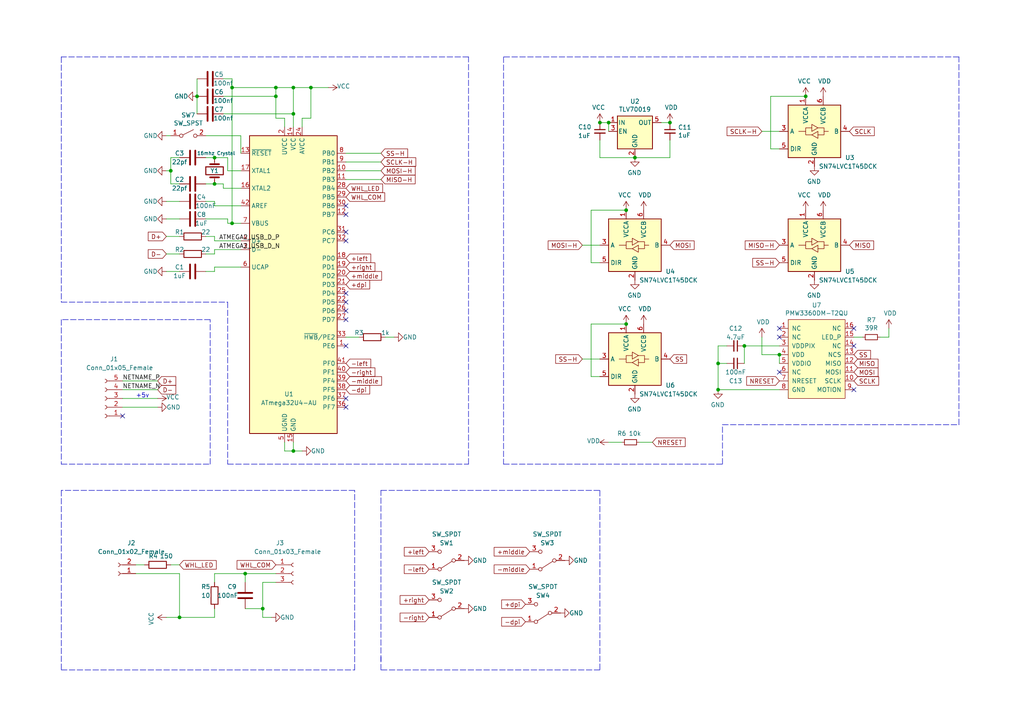
<source format=kicad_sch>
(kicad_sch (version 20201015) (generator eeschema)

  (paper "A4")

  (lib_symbols
    (symbol "Connector:Conn_01x02_Female" (pin_names (offset 1.016) hide) (in_bom yes) (on_board yes)
      (property "Reference" "J" (id 0) (at 0 2.54 0)
        (effects (font (size 1.27 1.27)))
      )
      (property "Value" "Conn_01x02_Female" (id 1) (at 0 -5.08 0)
        (effects (font (size 1.27 1.27)))
      )
      (property "Footprint" "" (id 2) (at 0 0 0)
        (effects (font (size 1.27 1.27)) hide)
      )
      (property "Datasheet" "~" (id 3) (at 0 0 0)
        (effects (font (size 1.27 1.27)) hide)
      )
      (property "ki_keywords" "connector" (id 4) (at 0 0 0)
        (effects (font (size 1.27 1.27)) hide)
      )
      (property "ki_description" "Generic connector, single row, 01x02, script generated (kicad-library-utils/schlib/autogen/connector/)" (id 5) (at 0 0 0)
        (effects (font (size 1.27 1.27)) hide)
      )
      (property "ki_fp_filters" "Connector*:*_1x??_*" (id 6) (at 0 0 0)
        (effects (font (size 1.27 1.27)) hide)
      )
      (symbol "Conn_01x02_Female_1_1"
        (arc (start 0 -2.032) (end 0 -3.048) (radius (at 0 -2.54) (length 0.508) (angles 90.1 -90.1))
          (stroke (width 0.1524)) (fill (type none))
        )
        (arc (start 0 0.508) (end 0 -0.508) (radius (at 0 0) (length 0.508) (angles 90.1 -90.1))
          (stroke (width 0.1524)) (fill (type none))
        )
        (polyline
          (pts
            (xy -1.27 -2.54)
            (xy -0.508 -2.54)
          )
          (stroke (width 0.1524)) (fill (type none))
        )
        (polyline
          (pts
            (xy -1.27 0)
            (xy -0.508 0)
          )
          (stroke (width 0.1524)) (fill (type none))
        )
        (pin passive line (at -5.08 0 0) (length 3.81)
          (name "Pin_1" (effects (font (size 1.27 1.27))))
          (number "1" (effects (font (size 1.27 1.27))))
        )
        (pin passive line (at -5.08 -2.54 0) (length 3.81)
          (name "Pin_2" (effects (font (size 1.27 1.27))))
          (number "2" (effects (font (size 1.27 1.27))))
        )
      )
    )
    (symbol "Connector:Conn_01x03_Female" (pin_names (offset 1.016) hide) (in_bom yes) (on_board yes)
      (property "Reference" "J" (id 0) (at 0 5.08 0)
        (effects (font (size 1.27 1.27)))
      )
      (property "Value" "Conn_01x03_Female" (id 1) (at 0 -5.08 0)
        (effects (font (size 1.27 1.27)))
      )
      (property "Footprint" "" (id 2) (at 0 0 0)
        (effects (font (size 1.27 1.27)) hide)
      )
      (property "Datasheet" "~" (id 3) (at 0 0 0)
        (effects (font (size 1.27 1.27)) hide)
      )
      (property "ki_keywords" "connector" (id 4) (at 0 0 0)
        (effects (font (size 1.27 1.27)) hide)
      )
      (property "ki_description" "Generic connector, single row, 01x03, script generated (kicad-library-utils/schlib/autogen/connector/)" (id 5) (at 0 0 0)
        (effects (font (size 1.27 1.27)) hide)
      )
      (property "ki_fp_filters" "Connector*:*_1x??_*" (id 6) (at 0 0 0)
        (effects (font (size 1.27 1.27)) hide)
      )
      (symbol "Conn_01x03_Female_1_1"
        (arc (start 0 -2.032) (end 0 -3.048) (radius (at 0 -2.54) (length 0.508) (angles 90.1 -90.1))
          (stroke (width 0.1524)) (fill (type none))
        )
        (arc (start 0 0.508) (end 0 -0.508) (radius (at 0 0) (length 0.508) (angles 90.1 -90.1))
          (stroke (width 0.1524)) (fill (type none))
        )
        (arc (start 0 3.048) (end 0 2.032) (radius (at 0 2.54) (length 0.508) (angles 90.1 -90.1))
          (stroke (width 0.1524)) (fill (type none))
        )
        (polyline
          (pts
            (xy -1.27 -2.54)
            (xy -0.508 -2.54)
          )
          (stroke (width 0.1524)) (fill (type none))
        )
        (polyline
          (pts
            (xy -1.27 0)
            (xy -0.508 0)
          )
          (stroke (width 0.1524)) (fill (type none))
        )
        (polyline
          (pts
            (xy -1.27 2.54)
            (xy -0.508 2.54)
          )
          (stroke (width 0.1524)) (fill (type none))
        )
        (pin passive line (at -5.08 2.54 0) (length 3.81)
          (name "Pin_1" (effects (font (size 1.27 1.27))))
          (number "1" (effects (font (size 1.27 1.27))))
        )
        (pin passive line (at -5.08 0 0) (length 3.81)
          (name "Pin_2" (effects (font (size 1.27 1.27))))
          (number "2" (effects (font (size 1.27 1.27))))
        )
        (pin passive line (at -5.08 -2.54 0) (length 3.81)
          (name "Pin_3" (effects (font (size 1.27 1.27))))
          (number "3" (effects (font (size 1.27 1.27))))
        )
      )
    )
    (symbol "Connector:Conn_01x05_Female" (pin_names (offset 1.016) hide) (in_bom yes) (on_board yes)
      (property "Reference" "J" (id 0) (at 0 7.62 0)
        (effects (font (size 1.27 1.27)))
      )
      (property "Value" "Conn_01x05_Female" (id 1) (at 0 -7.62 0)
        (effects (font (size 1.27 1.27)))
      )
      (property "Footprint" "" (id 2) (at 0 0 0)
        (effects (font (size 1.27 1.27)) hide)
      )
      (property "Datasheet" "~" (id 3) (at 0 0 0)
        (effects (font (size 1.27 1.27)) hide)
      )
      (property "ki_keywords" "connector" (id 4) (at 0 0 0)
        (effects (font (size 1.27 1.27)) hide)
      )
      (property "ki_description" "Generic connector, single row, 01x05, script generated (kicad-library-utils/schlib/autogen/connector/)" (id 5) (at 0 0 0)
        (effects (font (size 1.27 1.27)) hide)
      )
      (property "ki_fp_filters" "Connector*:*_1x??_*" (id 6) (at 0 0 0)
        (effects (font (size 1.27 1.27)) hide)
      )
      (symbol "Conn_01x05_Female_1_1"
        (arc (start 0 -4.572) (end 0 -5.588) (radius (at 0 -5.08) (length 0.508) (angles 90.1 -90.1))
          (stroke (width 0.1524)) (fill (type none))
        )
        (arc (start 0 -2.032) (end 0 -3.048) (radius (at 0 -2.54) (length 0.508) (angles 90.1 -90.1))
          (stroke (width 0.1524)) (fill (type none))
        )
        (arc (start 0 0.508) (end 0 -0.508) (radius (at 0 0) (length 0.508) (angles 90.1 -90.1))
          (stroke (width 0.1524)) (fill (type none))
        )
        (arc (start 0 3.048) (end 0 2.032) (radius (at 0 2.54) (length 0.508) (angles 90.1 -90.1))
          (stroke (width 0.1524)) (fill (type none))
        )
        (arc (start 0 5.588) (end 0 4.572) (radius (at 0 5.08) (length 0.508) (angles 90.1 -90.1))
          (stroke (width 0.1524)) (fill (type none))
        )
        (polyline
          (pts
            (xy -1.27 -5.08)
            (xy -0.508 -5.08)
          )
          (stroke (width 0.1524)) (fill (type none))
        )
        (polyline
          (pts
            (xy -1.27 -2.54)
            (xy -0.508 -2.54)
          )
          (stroke (width 0.1524)) (fill (type none))
        )
        (polyline
          (pts
            (xy -1.27 0)
            (xy -0.508 0)
          )
          (stroke (width 0.1524)) (fill (type none))
        )
        (polyline
          (pts
            (xy -1.27 2.54)
            (xy -0.508 2.54)
          )
          (stroke (width 0.1524)) (fill (type none))
        )
        (polyline
          (pts
            (xy -1.27 5.08)
            (xy -0.508 5.08)
          )
          (stroke (width 0.1524)) (fill (type none))
        )
        (pin passive line (at -5.08 5.08 0) (length 3.81)
          (name "Pin_1" (effects (font (size 1.27 1.27))))
          (number "1" (effects (font (size 1.27 1.27))))
        )
        (pin passive line (at -5.08 2.54 0) (length 3.81)
          (name "Pin_2" (effects (font (size 1.27 1.27))))
          (number "2" (effects (font (size 1.27 1.27))))
        )
        (pin passive line (at -5.08 0 0) (length 3.81)
          (name "Pin_3" (effects (font (size 1.27 1.27))))
          (number "3" (effects (font (size 1.27 1.27))))
        )
        (pin passive line (at -5.08 -2.54 0) (length 3.81)
          (name "Pin_4" (effects (font (size 1.27 1.27))))
          (number "4" (effects (font (size 1.27 1.27))))
        )
        (pin passive line (at -5.08 -5.08 0) (length 3.81)
          (name "Pin_5" (effects (font (size 1.27 1.27))))
          (number "5" (effects (font (size 1.27 1.27))))
        )
      )
    )
    (symbol "Device:C" (pin_numbers hide) (pin_names (offset 0.254)) (in_bom yes) (on_board yes)
      (property "Reference" "C" (id 0) (at 0.635 2.54 0)
        (effects (font (size 1.27 1.27)) (justify left))
      )
      (property "Value" "C" (id 1) (at 0.635 -2.54 0)
        (effects (font (size 1.27 1.27)) (justify left))
      )
      (property "Footprint" "" (id 2) (at 0.9652 -3.81 0)
        (effects (font (size 1.27 1.27)) hide)
      )
      (property "Datasheet" "~" (id 3) (at 0 0 0)
        (effects (font (size 1.27 1.27)) hide)
      )
      (property "ki_keywords" "cap capacitor" (id 4) (at 0 0 0)
        (effects (font (size 1.27 1.27)) hide)
      )
      (property "ki_description" "Unpolarized capacitor" (id 5) (at 0 0 0)
        (effects (font (size 1.27 1.27)) hide)
      )
      (property "ki_fp_filters" "C_*" (id 6) (at 0 0 0)
        (effects (font (size 1.27 1.27)) hide)
      )
      (symbol "C_0_1"
        (polyline
          (pts
            (xy -2.032 -0.762)
            (xy 2.032 -0.762)
          )
          (stroke (width 0.508)) (fill (type none))
        )
        (polyline
          (pts
            (xy -2.032 0.762)
            (xy 2.032 0.762)
          )
          (stroke (width 0.508)) (fill (type none))
        )
      )
      (symbol "C_1_1"
        (pin passive line (at 0 3.81 270) (length 2.794)
          (name "~" (effects (font (size 1.27 1.27))))
          (number "1" (effects (font (size 1.27 1.27))))
        )
        (pin passive line (at 0 -3.81 90) (length 2.794)
          (name "~" (effects (font (size 1.27 1.27))))
          (number "2" (effects (font (size 1.27 1.27))))
        )
      )
    )
    (symbol "Device:C_Small" (pin_numbers hide) (pin_names (offset 0.254) hide) (in_bom yes) (on_board yes)
      (property "Reference" "C" (id 0) (at 0.254 1.778 0)
        (effects (font (size 1.27 1.27)) (justify left))
      )
      (property "Value" "C_Small" (id 1) (at 0.254 -2.032 0)
        (effects (font (size 1.27 1.27)) (justify left))
      )
      (property "Footprint" "" (id 2) (at 0 0 0)
        (effects (font (size 1.27 1.27)) hide)
      )
      (property "Datasheet" "~" (id 3) (at 0 0 0)
        (effects (font (size 1.27 1.27)) hide)
      )
      (property "ki_keywords" "capacitor cap" (id 4) (at 0 0 0)
        (effects (font (size 1.27 1.27)) hide)
      )
      (property "ki_description" "Unpolarized capacitor, small symbol" (id 5) (at 0 0 0)
        (effects (font (size 1.27 1.27)) hide)
      )
      (property "ki_fp_filters" "C_*" (id 6) (at 0 0 0)
        (effects (font (size 1.27 1.27)) hide)
      )
      (symbol "C_Small_0_1"
        (polyline
          (pts
            (xy -1.524 -0.508)
            (xy 1.524 -0.508)
          )
          (stroke (width 0.3302)) (fill (type none))
        )
        (polyline
          (pts
            (xy -1.524 0.508)
            (xy 1.524 0.508)
          )
          (stroke (width 0.3048)) (fill (type none))
        )
      )
      (symbol "C_Small_1_1"
        (pin passive line (at 0 2.54 270) (length 2.032)
          (name "~" (effects (font (size 1.27 1.27))))
          (number "1" (effects (font (size 1.27 1.27))))
        )
        (pin passive line (at 0 -2.54 90) (length 2.032)
          (name "~" (effects (font (size 1.27 1.27))))
          (number "2" (effects (font (size 1.27 1.27))))
        )
      )
    )
    (symbol "Device:Crystal" (pin_numbers hide) (pin_names (offset 1.016) hide) (in_bom yes) (on_board yes)
      (property "Reference" "Y" (id 0) (at 0 3.81 0)
        (effects (font (size 1.27 1.27)))
      )
      (property "Value" "Crystal" (id 1) (at 0 -3.81 0)
        (effects (font (size 1.27 1.27)))
      )
      (property "Footprint" "" (id 2) (at 0 0 0)
        (effects (font (size 1.27 1.27)) hide)
      )
      (property "Datasheet" "~" (id 3) (at 0 0 0)
        (effects (font (size 1.27 1.27)) hide)
      )
      (property "ki_keywords" "quartz ceramic resonator oscillator" (id 4) (at 0 0 0)
        (effects (font (size 1.27 1.27)) hide)
      )
      (property "ki_description" "Two pin crystal" (id 5) (at 0 0 0)
        (effects (font (size 1.27 1.27)) hide)
      )
      (property "ki_fp_filters" "Crystal*" (id 6) (at 0 0 0)
        (effects (font (size 1.27 1.27)) hide)
      )
      (symbol "Crystal_0_1"
        (rectangle (start -1.143 2.54) (end 1.143 -2.54)
          (stroke (width 0.3048)) (fill (type none))
        )
        (polyline
          (pts
            (xy -2.54 0)
            (xy -1.905 0)
          )
          (stroke (width 0)) (fill (type none))
        )
        (polyline
          (pts
            (xy -1.905 -1.27)
            (xy -1.905 1.27)
          )
          (stroke (width 0.508)) (fill (type none))
        )
        (polyline
          (pts
            (xy 1.905 -1.27)
            (xy 1.905 1.27)
          )
          (stroke (width 0.508)) (fill (type none))
        )
        (polyline
          (pts
            (xy 2.54 0)
            (xy 1.905 0)
          )
          (stroke (width 0)) (fill (type none))
        )
      )
      (symbol "Crystal_1_1"
        (pin passive line (at -3.81 0 0) (length 1.27)
          (name "1" (effects (font (size 1.27 1.27))))
          (number "1" (effects (font (size 1.27 1.27))))
        )
        (pin passive line (at 3.81 0 180) (length 1.27)
          (name "2" (effects (font (size 1.27 1.27))))
          (number "2" (effects (font (size 1.27 1.27))))
        )
      )
    )
    (symbol "Device:R" (pin_numbers hide) (pin_names (offset 0)) (in_bom yes) (on_board yes)
      (property "Reference" "R" (id 0) (at 2.032 0 90)
        (effects (font (size 1.27 1.27)))
      )
      (property "Value" "R" (id 1) (at 0 0 90)
        (effects (font (size 1.27 1.27)))
      )
      (property "Footprint" "" (id 2) (at -1.778 0 90)
        (effects (font (size 1.27 1.27)) hide)
      )
      (property "Datasheet" "~" (id 3) (at 0 0 0)
        (effects (font (size 1.27 1.27)) hide)
      )
      (property "ki_keywords" "R res resistor" (id 4) (at 0 0 0)
        (effects (font (size 1.27 1.27)) hide)
      )
      (property "ki_description" "Resistor" (id 5) (at 0 0 0)
        (effects (font (size 1.27 1.27)) hide)
      )
      (property "ki_fp_filters" "R_*" (id 6) (at 0 0 0)
        (effects (font (size 1.27 1.27)) hide)
      )
      (symbol "R_0_1"
        (rectangle (start -1.016 -2.54) (end 1.016 2.54)
          (stroke (width 0.254)) (fill (type none))
        )
      )
      (symbol "R_1_1"
        (pin passive line (at 0 3.81 270) (length 1.27)
          (name "~" (effects (font (size 1.27 1.27))))
          (number "1" (effects (font (size 1.27 1.27))))
        )
        (pin passive line (at 0 -3.81 90) (length 1.27)
          (name "~" (effects (font (size 1.27 1.27))))
          (number "2" (effects (font (size 1.27 1.27))))
        )
      )
    )
    (symbol "Device:R_Small" (pin_numbers hide) (pin_names (offset 0.254) hide) (in_bom yes) (on_board yes)
      (property "Reference" "R" (id 0) (at 0.762 0.508 0)
        (effects (font (size 1.27 1.27)) (justify left))
      )
      (property "Value" "R_Small" (id 1) (at 0.762 -1.016 0)
        (effects (font (size 1.27 1.27)) (justify left))
      )
      (property "Footprint" "" (id 2) (at 0 0 0)
        (effects (font (size 1.27 1.27)) hide)
      )
      (property "Datasheet" "~" (id 3) (at 0 0 0)
        (effects (font (size 1.27 1.27)) hide)
      )
      (property "ki_keywords" "R resistor" (id 4) (at 0 0 0)
        (effects (font (size 1.27 1.27)) hide)
      )
      (property "ki_description" "Resistor, small symbol" (id 5) (at 0 0 0)
        (effects (font (size 1.27 1.27)) hide)
      )
      (property "ki_fp_filters" "R_*" (id 6) (at 0 0 0)
        (effects (font (size 1.27 1.27)) hide)
      )
      (symbol "R_Small_0_1"
        (rectangle (start -0.762 1.778) (end 0.762 -1.778)
          (stroke (width 0.2032)) (fill (type none))
        )
      )
      (symbol "R_Small_1_1"
        (pin passive line (at 0 2.54 270) (length 0.762)
          (name "~" (effects (font (size 1.27 1.27))))
          (number "1" (effects (font (size 1.27 1.27))))
        )
        (pin passive line (at 0 -2.54 90) (length 0.762)
          (name "~" (effects (font (size 1.27 1.27))))
          (number "2" (effects (font (size 1.27 1.27))))
        )
      )
    )
    (symbol "Logic_LevelTranslator:SN74LVC1T45DCK" (in_bom yes) (on_board yes)
      (property "Reference" "U" (id 0) (at -6.35 8.89 0)
        (effects (font (size 1.27 1.27)))
      )
      (property "Value" "SN74LVC1T45DCK" (id 1) (at 3.81 8.89 0)
        (effects (font (size 1.27 1.27)) (justify left))
      )
      (property "Footprint" "Package_TO_SOT_SMD:SOT-363_SC-70-6" (id 2) (at 0 -11.43 0)
        (effects (font (size 1.27 1.27)) hide)
      )
      (property "Datasheet" "http://www.ti.com/lit/ds/symlink/sn74lvc1t45.pdf" (id 3) (at -22.86 -16.51 0)
        (effects (font (size 1.27 1.27)) hide)
      )
      (property "ki_keywords" "Level-Shifter CMOS-TTL-Translation" (id 4) (at 0 0 0)
        (effects (font (size 1.27 1.27)) hide)
      )
      (property "ki_description" "Single-Bit Dual-Supply Bus Transceiver With Configurable Voltage Translation and 3-State Outputs, SOT-363" (id 5) (at 0 0 0)
        (effects (font (size 1.27 1.27)) hide)
      )
      (property "ki_fp_filters" "*SC?70*" (id 6) (at 0 0 0)
        (effects (font (size 1.27 1.27)) hide)
      )
      (symbol "SN74LVC1T45DCK_0_1"
        (rectangle (start -7.62 7.62) (end 7.62 -7.62)
          (stroke (width 0.254)) (fill (type background))
        )
        (polyline
          (pts
            (xy -2.54 0)
            (xy -2.54 1.016)
            (xy -0.762 1.016)
          )
          (stroke (width 0)) (fill (type none))
        )
        (polyline
          (pts
            (xy 2.794 0)
            (xy 2.794 -1.016)
            (xy 1.016 -1.016)
          )
          (stroke (width 0)) (fill (type none))
        )
        (polyline
          (pts
            (xy -0.762 -1.016)
            (xy -2.54 -1.016)
            (xy -2.54 0)
            (xy -4.572 0)
          )
          (stroke (width 0)) (fill (type none))
        )
        (polyline
          (pts
            (xy -0.762 0)
            (xy -0.762 2.032)
            (xy 1.016 1.016)
            (xy -0.762 0)
          )
          (stroke (width 0)) (fill (type none))
        )
        (polyline
          (pts
            (xy 1.016 1.016)
            (xy 2.794 1.016)
            (xy 2.794 0)
            (xy 4.064 0)
          )
          (stroke (width 0)) (fill (type none))
        )
        (polyline
          (pts
            (xy 1.016 0)
            (xy 1.016 -1.778)
            (xy 1.016 -2.032)
            (xy -0.762 -1.016)
            (xy 1.016 0)
          )
          (stroke (width 0)) (fill (type none))
        )
      )
      (symbol "SN74LVC1T45DCK_1_1"
        (pin power_in line (at -2.54 10.16 270) (length 2.54)
          (name "VCCA" (effects (font (size 1.27 1.27))))
          (number "1" (effects (font (size 1.27 1.27))))
        )
        (pin power_in line (at 0 -10.16 90) (length 2.54)
          (name "GND" (effects (font (size 1.27 1.27))))
          (number "2" (effects (font (size 1.27 1.27))))
        )
        (pin bidirectional line (at -10.16 0 0) (length 2.54)
          (name "A" (effects (font (size 1.27 1.27))))
          (number "3" (effects (font (size 1.27 1.27))))
        )
        (pin bidirectional line (at 10.16 0 180) (length 2.54)
          (name "B" (effects (font (size 1.27 1.27))))
          (number "4" (effects (font (size 1.27 1.27))))
        )
        (pin input line (at -10.16 -5.08 0) (length 2.54)
          (name "DIR" (effects (font (size 1.27 1.27))))
          (number "5" (effects (font (size 1.27 1.27))))
        )
        (pin power_in line (at 2.54 10.16 270) (length 2.54)
          (name "VCCB" (effects (font (size 1.27 1.27))))
          (number "6" (effects (font (size 1.27 1.27))))
        )
      )
    )
    (symbol "MCU_Microchip_ATmega:ATmega32U4-A" (in_bom yes) (on_board yes)
      (property "Reference" "U" (id 0) (at -12.7 44.45 0)
        (effects (font (size 1.27 1.27)) (justify left bottom))
      )
      (property "Value" "ATmega32U4-A" (id 1) (at 2.54 -44.45 0)
        (effects (font (size 1.27 1.27)) (justify left top))
      )
      (property "Footprint" "Package_QFP:TQFP-44_10x10mm_P0.8mm" (id 2) (at 0 0 0)
        (effects (font (size 1.27 1.27) italic) hide)
      )
      (property "Datasheet" "http://ww1.microchip.com/downloads/en/DeviceDoc/Atmel-7766-8-bit-AVR-ATmega16U4-32U4_Datasheet.pdf" (id 3) (at 0 0 0)
        (effects (font (size 1.27 1.27)) hide)
      )
      (property "ki_keywords" "AVR 8bit Microcontroller MegaAVR USB" (id 4) (at 0 0 0)
        (effects (font (size 1.27 1.27)) hide)
      )
      (property "ki_description" "16MHz, 32kB Flash, 2.5kB SRAM, 1kB EEPROM, USB 2.0, TQFP-44" (id 5) (at 0 0 0)
        (effects (font (size 1.27 1.27)) hide)
      )
      (property "ki_fp_filters" "TQFP*10x10mm*P0.8mm*" (id 6) (at 0 0 0)
        (effects (font (size 1.27 1.27)) hide)
      )
      (symbol "ATmega32U4-A_0_1"
        (rectangle (start -12.7 -43.18) (end 12.7 43.18)
          (stroke (width 0.254)) (fill (type background))
        )
      )
      (symbol "ATmega32U4-A_1_1"
        (pin bidirectional line (at 15.24 -17.78 180) (length 2.54)
          (name "PE6" (effects (font (size 1.27 1.27))))
          (number "1" (effects (font (size 1.27 1.27))))
        )
        (pin bidirectional line (at 15.24 33.02 180) (length 2.54)
          (name "PB2" (effects (font (size 1.27 1.27))))
          (number "10" (effects (font (size 1.27 1.27))))
        )
        (pin bidirectional line (at 15.24 30.48 180) (length 2.54)
          (name "PB3" (effects (font (size 1.27 1.27))))
          (number "11" (effects (font (size 1.27 1.27))))
        )
        (pin bidirectional line (at 15.24 20.32 180) (length 2.54)
          (name "PB7" (effects (font (size 1.27 1.27))))
          (number "12" (effects (font (size 1.27 1.27))))
        )
        (pin input line (at -15.24 38.1 0) (length 2.54)
          (name "~RESET" (effects (font (size 1.27 1.27))))
          (number "13" (effects (font (size 1.27 1.27))))
        )
        (pin power_in line (at 0 45.72 270) (length 2.54)
          (name "VCC" (effects (font (size 1.27 1.27))))
          (number "14" (effects (font (size 1.27 1.27))))
        )
        (pin power_in line (at 0 -45.72 90) (length 2.54)
          (name "GND" (effects (font (size 1.27 1.27))))
          (number "15" (effects (font (size 1.27 1.27))))
        )
        (pin output line (at -15.24 27.94 0) (length 2.54)
          (name "XTAL2" (effects (font (size 1.27 1.27))))
          (number "16" (effects (font (size 1.27 1.27))))
        )
        (pin input line (at -15.24 33.02 0) (length 2.54)
          (name "XTAL1" (effects (font (size 1.27 1.27))))
          (number "17" (effects (font (size 1.27 1.27))))
        )
        (pin bidirectional line (at 15.24 7.62 180) (length 2.54)
          (name "PD0" (effects (font (size 1.27 1.27))))
          (number "18" (effects (font (size 1.27 1.27))))
        )
        (pin bidirectional line (at 15.24 5.08 180) (length 2.54)
          (name "PD1" (effects (font (size 1.27 1.27))))
          (number "19" (effects (font (size 1.27 1.27))))
        )
        (pin power_in line (at -2.54 45.72 270) (length 2.54)
          (name "UVCC" (effects (font (size 1.27 1.27))))
          (number "2" (effects (font (size 1.27 1.27))))
        )
        (pin bidirectional line (at 15.24 2.54 180) (length 2.54)
          (name "PD2" (effects (font (size 1.27 1.27))))
          (number "20" (effects (font (size 1.27 1.27))))
        )
        (pin bidirectional line (at 15.24 0 180) (length 2.54)
          (name "PD3" (effects (font (size 1.27 1.27))))
          (number "21" (effects (font (size 1.27 1.27))))
        )
        (pin bidirectional line (at 15.24 -5.08 180) (length 2.54)
          (name "PD5" (effects (font (size 1.27 1.27))))
          (number "22" (effects (font (size 1.27 1.27))))
        )
        (pin passive line (at 0 -45.72 90) (length 2.54) hide
          (name "GND" (effects (font (size 1.27 1.27))))
          (number "23" (effects (font (size 1.27 1.27))))
        )
        (pin power_in line (at 2.54 45.72 270) (length 2.54)
          (name "AVCC" (effects (font (size 1.27 1.27))))
          (number "24" (effects (font (size 1.27 1.27))))
        )
        (pin bidirectional line (at 15.24 -2.54 180) (length 2.54)
          (name "PD4" (effects (font (size 1.27 1.27))))
          (number "25" (effects (font (size 1.27 1.27))))
        )
        (pin bidirectional line (at 15.24 -7.62 180) (length 2.54)
          (name "PD6" (effects (font (size 1.27 1.27))))
          (number "26" (effects (font (size 1.27 1.27))))
        )
        (pin bidirectional line (at 15.24 -10.16 180) (length 2.54)
          (name "PD7" (effects (font (size 1.27 1.27))))
          (number "27" (effects (font (size 1.27 1.27))))
        )
        (pin bidirectional line (at 15.24 27.94 180) (length 2.54)
          (name "PB4" (effects (font (size 1.27 1.27))))
          (number "28" (effects (font (size 1.27 1.27))))
        )
        (pin bidirectional line (at 15.24 25.4 180) (length 2.54)
          (name "PB5" (effects (font (size 1.27 1.27))))
          (number "29" (effects (font (size 1.27 1.27))))
        )
        (pin bidirectional line (at -15.24 10.16 0) (length 2.54)
          (name "D-" (effects (font (size 1.27 1.27))))
          (number "3" (effects (font (size 1.27 1.27))))
        )
        (pin bidirectional line (at 15.24 22.86 180) (length 2.54)
          (name "PB6" (effects (font (size 1.27 1.27))))
          (number "30" (effects (font (size 1.27 1.27))))
        )
        (pin bidirectional line (at 15.24 15.24 180) (length 2.54)
          (name "PC6" (effects (font (size 1.27 1.27))))
          (number "31" (effects (font (size 1.27 1.27))))
        )
        (pin bidirectional line (at 15.24 12.7 180) (length 2.54)
          (name "PC7" (effects (font (size 1.27 1.27))))
          (number "32" (effects (font (size 1.27 1.27))))
        )
        (pin bidirectional line (at 15.24 -15.24 180) (length 2.54)
          (name "~HWB~/PE2" (effects (font (size 1.27 1.27))))
          (number "33" (effects (font (size 1.27 1.27))))
        )
        (pin passive line (at 0 45.72 270) (length 2.54) hide
          (name "VCC" (effects (font (size 1.27 1.27))))
          (number "34" (effects (font (size 1.27 1.27))))
        )
        (pin passive line (at 0 -45.72 90) (length 2.54) hide
          (name "GND" (effects (font (size 1.27 1.27))))
          (number "35" (effects (font (size 1.27 1.27))))
        )
        (pin bidirectional line (at 15.24 -35.56 180) (length 2.54)
          (name "PF7" (effects (font (size 1.27 1.27))))
          (number "36" (effects (font (size 1.27 1.27))))
        )
        (pin bidirectional line (at 15.24 -33.02 180) (length 2.54)
          (name "PF6" (effects (font (size 1.27 1.27))))
          (number "37" (effects (font (size 1.27 1.27))))
        )
        (pin bidirectional line (at 15.24 -30.48 180) (length 2.54)
          (name "PF5" (effects (font (size 1.27 1.27))))
          (number "38" (effects (font (size 1.27 1.27))))
        )
        (pin bidirectional line (at 15.24 -27.94 180) (length 2.54)
          (name "PF4" (effects (font (size 1.27 1.27))))
          (number "39" (effects (font (size 1.27 1.27))))
        )
        (pin bidirectional line (at -15.24 12.7 0) (length 2.54)
          (name "D+" (effects (font (size 1.27 1.27))))
          (number "4" (effects (font (size 1.27 1.27))))
        )
        (pin bidirectional line (at 15.24 -25.4 180) (length 2.54)
          (name "PF1" (effects (font (size 1.27 1.27))))
          (number "40" (effects (font (size 1.27 1.27))))
        )
        (pin bidirectional line (at 15.24 -22.86 180) (length 2.54)
          (name "PF0" (effects (font (size 1.27 1.27))))
          (number "41" (effects (font (size 1.27 1.27))))
        )
        (pin passive line (at -15.24 22.86 0) (length 2.54)
          (name "AREF" (effects (font (size 1.27 1.27))))
          (number "42" (effects (font (size 1.27 1.27))))
        )
        (pin passive line (at 0 -45.72 90) (length 2.54) hide
          (name "GND" (effects (font (size 1.27 1.27))))
          (number "43" (effects (font (size 1.27 1.27))))
        )
        (pin passive line (at 2.54 45.72 270) (length 2.54) hide
          (name "AVCC" (effects (font (size 1.27 1.27))))
          (number "44" (effects (font (size 1.27 1.27))))
        )
        (pin passive line (at -2.54 -45.72 90) (length 2.54)
          (name "UGND" (effects (font (size 1.27 1.27))))
          (number "5" (effects (font (size 1.27 1.27))))
        )
        (pin passive line (at -15.24 5.08 0) (length 2.54)
          (name "UCAP" (effects (font (size 1.27 1.27))))
          (number "6" (effects (font (size 1.27 1.27))))
        )
        (pin input line (at -15.24 17.78 0) (length 2.54)
          (name "VBUS" (effects (font (size 1.27 1.27))))
          (number "7" (effects (font (size 1.27 1.27))))
        )
        (pin bidirectional line (at 15.24 38.1 180) (length 2.54)
          (name "PB0" (effects (font (size 1.27 1.27))))
          (number "8" (effects (font (size 1.27 1.27))))
        )
        (pin bidirectional line (at 15.24 35.56 180) (length 2.54)
          (name "PB1" (effects (font (size 1.27 1.27))))
          (number "9" (effects (font (size 1.27 1.27))))
        )
      )
    )
    (symbol "Ogen:PMW3360DM-T2QU" (pin_names (offset 1.016)) (in_bom yes) (on_board yes)
      (property "Reference" "U" (id 0) (at 0 12.7 0)
        (effects (font (size 1.27 1.27)))
      )
      (property "Value" "PMW3360DM-T2QU" (id 1) (at 0 10.16 0)
        (effects (font (size 1.27 1.27)))
      )
      (property "Footprint" "" (id 2) (at 1.27 10.16 0)
        (effects (font (size 1.27 1.27)) hide)
      )
      (property "Datasheet" "" (id 3) (at 1.27 10.16 0)
        (effects (font (size 1.27 1.27)) hide)
      )
      (symbol "PMW3360DM-T2QU_0_1"
        (rectangle (start -7.62 8.89) (end 8.89 -13.97)
          (stroke (width 0)) (fill (type background))
        )
      )
      (symbol "PMW3360DM-T2QU_1_1"
        (pin input line (at -10.16 6.35 0) (length 2.54)
          (name "NC" (effects (font (size 1.27 1.27))))
          (number "1" (effects (font (size 1.27 1.27))))
        )
        (pin input line (at 11.43 -8.89 180) (length 2.54)
          (name "SCLK" (effects (font (size 1.27 1.27))))
          (number "10" (effects (font (size 1.27 1.27))))
        )
        (pin input line (at 11.43 -6.35 180) (length 2.54)
          (name "MOSI" (effects (font (size 1.27 1.27))))
          (number "11" (effects (font (size 1.27 1.27))))
        )
        (pin input line (at 11.43 -3.81 180) (length 2.54)
          (name "MISO" (effects (font (size 1.27 1.27))))
          (number "12" (effects (font (size 1.27 1.27))))
        )
        (pin input line (at 11.43 -1.27 180) (length 2.54)
          (name "NCS" (effects (font (size 1.27 1.27))))
          (number "13" (effects (font (size 1.27 1.27))))
        )
        (pin input line (at 11.43 1.27 180) (length 2.54)
          (name "NC" (effects (font (size 1.27 1.27))))
          (number "14" (effects (font (size 1.27 1.27))))
        )
        (pin input line (at 11.43 3.81 180) (length 2.54)
          (name "LED_P" (effects (font (size 1.27 1.27))))
          (number "15" (effects (font (size 1.27 1.27))))
        )
        (pin input line (at 11.43 6.35 180) (length 2.54)
          (name "NC" (effects (font (size 1.27 1.27))))
          (number "16" (effects (font (size 1.27 1.27))))
        )
        (pin input line (at -10.16 3.81 0) (length 2.54)
          (name "NC" (effects (font (size 1.27 1.27))))
          (number "2" (effects (font (size 1.27 1.27))))
        )
        (pin input line (at -10.16 1.27 0) (length 2.54)
          (name "VDDPIX" (effects (font (size 1.27 1.27))))
          (number "3" (effects (font (size 1.27 1.27))))
        )
        (pin input line (at -10.16 -1.27 0) (length 2.54)
          (name "VDD" (effects (font (size 1.27 1.27))))
          (number "4" (effects (font (size 1.27 1.27))))
        )
        (pin input line (at -10.16 -3.81 0) (length 2.54)
          (name "VDDIO" (effects (font (size 1.27 1.27))))
          (number "5" (effects (font (size 1.27 1.27))))
        )
        (pin input line (at -10.16 -6.35 0) (length 2.54)
          (name "NC" (effects (font (size 1.27 1.27))))
          (number "6" (effects (font (size 1.27 1.27))))
        )
        (pin input line (at -10.16 -8.89 0) (length 2.54)
          (name "NRESET" (effects (font (size 1.27 1.27))))
          (number "7" (effects (font (size 1.27 1.27))))
        )
        (pin input line (at -10.16 -11.43 0) (length 2.54)
          (name "GND" (effects (font (size 1.27 1.27))))
          (number "8" (effects (font (size 1.27 1.27))))
        )
        (pin input line (at 11.43 -11.43 180) (length 2.54)
          (name "MOTION" (effects (font (size 1.27 1.27))))
          (number "9" (effects (font (size 1.27 1.27))))
        )
      )
    )
    (symbol "Regulator_Linear:TLV70019_SOT23-5" (pin_names (offset 0.254)) (in_bom yes) (on_board yes)
      (property "Reference" "U" (id 0) (at -3.81 5.715 0)
        (effects (font (size 1.27 1.27)))
      )
      (property "Value" "TLV70019_SOT23-5" (id 1) (at 0 5.715 0)
        (effects (font (size 1.27 1.27)) (justify left))
      )
      (property "Footprint" "Package_TO_SOT_SMD:SOT-23-5" (id 2) (at 0 8.255 0)
        (effects (font (size 1.27 1.27) italic) hide)
      )
      (property "Datasheet" "http://www.ti.com/lit/ds/symlink/tlv700.pdf" (id 3) (at 0 1.27 0)
        (effects (font (size 1.27 1.27)) hide)
      )
      (property "ki_keywords" "200mA LDO Regulator Fixed Positive" (id 4) (at 0 0 0)
        (effects (font (size 1.27 1.27)) hide)
      )
      (property "ki_description" "200mA Low Dropout Voltage Regulator, Fixed Output 1.9V, SOT-23-5" (id 5) (at 0 0 0)
        (effects (font (size 1.27 1.27)) hide)
      )
      (property "ki_fp_filters" "SOT?23*" (id 6) (at 0 0 0)
        (effects (font (size 1.27 1.27)) hide)
      )
      (symbol "TLV70019_SOT23-5_0_1"
        (rectangle (start -5.08 4.445) (end 5.08 -5.08)
          (stroke (width 0.254)) (fill (type background))
        )
      )
      (symbol "TLV70019_SOT23-5_1_1"
        (pin power_in line (at -7.62 2.54 0) (length 2.54)
          (name "IN" (effects (font (size 1.27 1.27))))
          (number "1" (effects (font (size 1.27 1.27))))
        )
        (pin power_in line (at 0 -7.62 90) (length 2.54)
          (name "GND" (effects (font (size 1.27 1.27))))
          (number "2" (effects (font (size 1.27 1.27))))
        )
        (pin input line (at -7.62 0 0) (length 2.54)
          (name "EN" (effects (font (size 1.27 1.27))))
          (number "3" (effects (font (size 1.27 1.27))))
        )
        (pin unconnected line (at 5.08 0 180) (length 2.54) hide
          (name "NC" (effects (font (size 1.27 1.27))))
          (number "4" (effects (font (size 1.27 1.27))))
        )
        (pin power_out line (at 7.62 2.54 180) (length 2.54)
          (name "OUT" (effects (font (size 1.27 1.27))))
          (number "5" (effects (font (size 1.27 1.27))))
        )
      )
    )
    (symbol "Switch:SW_SPDT" (pin_names (offset 0) hide) (in_bom yes) (on_board yes)
      (property "Reference" "SW" (id 0) (at 0 4.318 0)
        (effects (font (size 1.27 1.27)))
      )
      (property "Value" "SW_SPDT" (id 1) (at 0 -5.08 0)
        (effects (font (size 1.27 1.27)))
      )
      (property "Footprint" "" (id 2) (at 0 0 0)
        (effects (font (size 1.27 1.27)) hide)
      )
      (property "Datasheet" "~" (id 3) (at 0 0 0)
        (effects (font (size 1.27 1.27)) hide)
      )
      (property "ki_keywords" "switch single-pole double-throw spdt ON-ON" (id 4) (at 0 0 0)
        (effects (font (size 1.27 1.27)) hide)
      )
      (property "ki_description" "Switch, single pole double throw" (id 5) (at 0 0 0)
        (effects (font (size 1.27 1.27)) hide)
      )
      (symbol "SW_SPDT_0_0"
        (circle (center -2.032 0) (radius 0.508) (stroke (width 0)) (fill (type none)))
        (circle (center 2.032 -2.54) (radius 0.508) (stroke (width 0)) (fill (type none)))
      )
      (symbol "SW_SPDT_0_1"
        (circle (center 2.032 2.54) (radius 0.508) (stroke (width 0)) (fill (type none)))
        (polyline
          (pts
            (xy -1.524 0.254)
            (xy 1.651 2.286)
          )
          (stroke (width 0)) (fill (type none))
        )
      )
      (symbol "SW_SPDT_1_1"
        (pin passive line (at 5.08 2.54 180) (length 2.54)
          (name "A" (effects (font (size 1.27 1.27))))
          (number "1" (effects (font (size 1.27 1.27))))
        )
        (pin passive line (at -5.08 0 0) (length 2.54)
          (name "B" (effects (font (size 1.27 1.27))))
          (number "2" (effects (font (size 1.27 1.27))))
        )
        (pin passive line (at 5.08 -2.54 180) (length 2.54)
          (name "C" (effects (font (size 1.27 1.27))))
          (number "3" (effects (font (size 1.27 1.27))))
        )
      )
    )
    (symbol "Switch:SW_SPST" (pin_names (offset 0) hide) (in_bom yes) (on_board yes)
      (property "Reference" "SW" (id 0) (at 0 3.175 0)
        (effects (font (size 1.27 1.27)))
      )
      (property "Value" "SW_SPST" (id 1) (at 0 -2.54 0)
        (effects (font (size 1.27 1.27)))
      )
      (property "Footprint" "" (id 2) (at 0 0 0)
        (effects (font (size 1.27 1.27)) hide)
      )
      (property "Datasheet" "~" (id 3) (at 0 0 0)
        (effects (font (size 1.27 1.27)) hide)
      )
      (property "ki_keywords" "switch lever" (id 4) (at 0 0 0)
        (effects (font (size 1.27 1.27)) hide)
      )
      (property "ki_description" "Single Pole Single Throw (SPST) switch" (id 5) (at 0 0 0)
        (effects (font (size 1.27 1.27)) hide)
      )
      (symbol "SW_SPST_0_0"
        (circle (center -2.032 0) (radius 0.508) (stroke (width 0)) (fill (type none)))
        (circle (center 2.032 0) (radius 0.508) (stroke (width 0)) (fill (type none)))
        (polyline
          (pts
            (xy -1.524 0.254)
            (xy 1.524 1.778)
          )
          (stroke (width 0)) (fill (type none))
        )
      )
      (symbol "SW_SPST_1_1"
        (pin passive line (at -5.08 0 0) (length 2.54)
          (name "A" (effects (font (size 1.27 1.27))))
          (number "1" (effects (font (size 1.27 1.27))))
        )
        (pin passive line (at 5.08 0 180) (length 2.54)
          (name "B" (effects (font (size 1.27 1.27))))
          (number "2" (effects (font (size 1.27 1.27))))
        )
      )
    )
    (symbol "power:GND" (power) (pin_names (offset 0)) (in_bom yes) (on_board yes)
      (property "Reference" "#PWR" (id 0) (at 0 -6.35 0)
        (effects (font (size 1.27 1.27)) hide)
      )
      (property "Value" "GND" (id 1) (at 0 -3.81 0)
        (effects (font (size 1.27 1.27)))
      )
      (property "Footprint" "" (id 2) (at 0 0 0)
        (effects (font (size 1.27 1.27)) hide)
      )
      (property "Datasheet" "" (id 3) (at 0 0 0)
        (effects (font (size 1.27 1.27)) hide)
      )
      (property "ki_keywords" "power-flag" (id 4) (at 0 0 0)
        (effects (font (size 1.27 1.27)) hide)
      )
      (property "ki_description" "Power symbol creates a global label with name \"GND\" , ground" (id 5) (at 0 0 0)
        (effects (font (size 1.27 1.27)) hide)
      )
      (symbol "GND_0_1"
        (polyline
          (pts
            (xy 0 0)
            (xy 0 -1.27)
            (xy 1.27 -1.27)
            (xy 0 -2.54)
            (xy -1.27 -1.27)
            (xy 0 -1.27)
          )
          (stroke (width 0)) (fill (type none))
        )
      )
      (symbol "GND_1_1"
        (pin power_in line (at 0 0 270) (length 0) hide
          (name "GND" (effects (font (size 1.27 1.27))))
          (number "1" (effects (font (size 1.27 1.27))))
        )
      )
    )
    (symbol "power:VCC" (power) (pin_names (offset 0)) (in_bom yes) (on_board yes)
      (property "Reference" "#PWR" (id 0) (at 0 -3.81 0)
        (effects (font (size 1.27 1.27)) hide)
      )
      (property "Value" "VCC" (id 1) (at 0 3.81 0)
        (effects (font (size 1.27 1.27)))
      )
      (property "Footprint" "" (id 2) (at 0 0 0)
        (effects (font (size 1.27 1.27)) hide)
      )
      (property "Datasheet" "" (id 3) (at 0 0 0)
        (effects (font (size 1.27 1.27)) hide)
      )
      (property "ki_keywords" "power-flag" (id 4) (at 0 0 0)
        (effects (font (size 1.27 1.27)) hide)
      )
      (property "ki_description" "Power symbol creates a global label with name \"VCC\"" (id 5) (at 0 0 0)
        (effects (font (size 1.27 1.27)) hide)
      )
      (symbol "VCC_0_1"
        (polyline
          (pts
            (xy -0.762 1.27)
            (xy 0 2.54)
          )
          (stroke (width 0)) (fill (type none))
        )
        (polyline
          (pts
            (xy 0 0)
            (xy 0 2.54)
          )
          (stroke (width 0)) (fill (type none))
        )
        (polyline
          (pts
            (xy 0 2.54)
            (xy 0.762 1.27)
          )
          (stroke (width 0)) (fill (type none))
        )
      )
      (symbol "VCC_1_1"
        (pin power_in line (at 0 0 90) (length 0) hide
          (name "VCC" (effects (font (size 1.27 1.27))))
          (number "1" (effects (font (size 1.27 1.27))))
        )
      )
    )
    (symbol "power:VDD" (power) (pin_names (offset 0)) (in_bom yes) (on_board yes)
      (property "Reference" "#PWR" (id 0) (at 0 -3.81 0)
        (effects (font (size 1.27 1.27)) hide)
      )
      (property "Value" "VDD" (id 1) (at 0 3.81 0)
        (effects (font (size 1.27 1.27)))
      )
      (property "Footprint" "" (id 2) (at 0 0 0)
        (effects (font (size 1.27 1.27)) hide)
      )
      (property "Datasheet" "" (id 3) (at 0 0 0)
        (effects (font (size 1.27 1.27)) hide)
      )
      (property "ki_keywords" "power-flag" (id 4) (at 0 0 0)
        (effects (font (size 1.27 1.27)) hide)
      )
      (property "ki_description" "Power symbol creates a global label with name \"VDD\"" (id 5) (at 0 0 0)
        (effects (font (size 1.27 1.27)) hide)
      )
      (symbol "VDD_0_1"
        (polyline
          (pts
            (xy -0.762 1.27)
            (xy 0 2.54)
          )
          (stroke (width 0)) (fill (type none))
        )
        (polyline
          (pts
            (xy 0 0)
            (xy 0 2.54)
          )
          (stroke (width 0)) (fill (type none))
        )
        (polyline
          (pts
            (xy 0 2.54)
            (xy 0.762 1.27)
          )
          (stroke (width 0)) (fill (type none))
        )
      )
      (symbol "VDD_1_1"
        (pin power_in line (at 0 0 90) (length 0) hide
          (name "VDD" (effects (font (size 1.27 1.27))))
          (number "1" (effects (font (size 1.27 1.27))))
        )
      )
    )
  )

  (junction (at 49.53 49.53) (diameter 0.9144) (color 0 0 0 0))
  (junction (at 52.07 179.07) (diameter 0.9144) (color 0 0 0 0))
  (junction (at 57.15 27.94) (diameter 0.9144) (color 0 0 0 0))
  (junction (at 62.23 45.72) (diameter 0.9144) (color 0 0 0 0))
  (junction (at 62.23 53.34) (diameter 0.9144) (color 0 0 0 0))
  (junction (at 67.31 25.4) (diameter 0.9144) (color 0 0 0 0))
  (junction (at 67.31 64.77) (diameter 0.9144) (color 0 0 0 0))
  (junction (at 71.12 166.37) (diameter 0.9144) (color 0 0 0 0))
  (junction (at 76.2 176.53) (diameter 0.9144) (color 0 0 0 0))
  (junction (at 80.01 25.4) (diameter 0.9144) (color 0 0 0 0))
  (junction (at 80.01 27.94) (diameter 0.9144) (color 0 0 0 0))
  (junction (at 85.09 25.4) (diameter 0.9144) (color 0 0 0 0))
  (junction (at 85.09 33.02) (diameter 0.9144) (color 0 0 0 0))
  (junction (at 85.09 130.81) (diameter 0.9144) (color 0 0 0 0))
  (junction (at 90.17 25.4) (diameter 0.9144) (color 0 0 0 0))
  (junction (at 173.99 35.56) (diameter 0.9144) (color 0 0 0 0))
  (junction (at 176.53 35.56) (diameter 0.9144) (color 0 0 0 0))
  (junction (at 181.61 60.96) (diameter 0.9144) (color 0 0 0 0))
  (junction (at 181.61 93.98) (diameter 0.9144) (color 0 0 0 0))
  (junction (at 184.15 45.72) (diameter 0.9144) (color 0 0 0 0))
  (junction (at 194.31 35.56) (diameter 0.9144) (color 0 0 0 0))
  (junction (at 208.28 105.41) (diameter 0.9144) (color 0 0 0 0))
  (junction (at 208.28 113.03) (diameter 0.9144) (color 0 0 0 0))
  (junction (at 215.9 100.33) (diameter 0.9144) (color 0 0 0 0))
  (junction (at 226.06 102.87) (diameter 0.9144) (color 0 0 0 0))
  (junction (at 233.68 27.94) (diameter 0.9144) (color 0 0 0 0))

  (no_connect (at 35.56 120.65))
  (no_connect (at 100.33 59.69))
  (no_connect (at 100.33 62.23))
  (no_connect (at 100.33 67.31))
  (no_connect (at 100.33 69.85))
  (no_connect (at 100.33 85.09))
  (no_connect (at 100.33 87.63))
  (no_connect (at 100.33 90.17))
  (no_connect (at 100.33 92.71))
  (no_connect (at 100.33 100.33))
  (no_connect (at 100.33 115.57))
  (no_connect (at 100.33 118.11))
  (no_connect (at 226.06 95.25))
  (no_connect (at 226.06 97.79))
  (no_connect (at 226.06 107.95))
  (no_connect (at 247.65 95.25))
  (no_connect (at 247.65 100.33))
  (no_connect (at 247.65 113.03))

  (wire (pts (xy 35.56 110.49) (xy 45.72 110.49))
    (stroke (width 0) (type solid) (color 0 0 0 0))
  )
  (wire (pts (xy 35.56 113.03) (xy 45.72 113.03))
    (stroke (width 0) (type solid) (color 0 0 0 0))
  )
  (wire (pts (xy 35.56 115.57) (xy 45.72 115.57))
    (stroke (width 0) (type solid) (color 0 0 0 0))
  )
  (wire (pts (xy 35.56 118.11) (xy 45.72 118.11))
    (stroke (width 0) (type solid) (color 0 0 0 0))
  )
  (wire (pts (xy 39.37 163.83) (xy 41.91 163.83))
    (stroke (width 0) (type solid) (color 0 0 0 0))
  )
  (wire (pts (xy 39.37 166.37) (xy 52.07 166.37))
    (stroke (width 0) (type solid) (color 0 0 0 0))
  )
  (wire (pts (xy 48.26 39.37) (xy 49.53 39.37))
    (stroke (width 0) (type solid) (color 0 0 0 0))
  )
  (wire (pts (xy 48.26 49.53) (xy 49.53 49.53))
    (stroke (width 0) (type solid) (color 0 0 0 0))
  )
  (wire (pts (xy 48.26 58.42) (xy 52.07 58.42))
    (stroke (width 0) (type solid) (color 0 0 0 0))
  )
  (wire (pts (xy 48.26 63.5) (xy 52.07 63.5))
    (stroke (width 0) (type solid) (color 0 0 0 0))
  )
  (wire (pts (xy 48.26 68.58) (xy 52.07 68.58))
    (stroke (width 0) (type solid) (color 0 0 0 0))
  )
  (wire (pts (xy 48.26 73.66) (xy 52.07 73.66))
    (stroke (width 0) (type solid) (color 0 0 0 0))
  )
  (wire (pts (xy 48.26 78.74) (xy 52.07 78.74))
    (stroke (width 0) (type solid) (color 0 0 0 0))
  )
  (wire (pts (xy 48.26 179.07) (xy 52.07 179.07))
    (stroke (width 0) (type solid) (color 0 0 0 0))
  )
  (wire (pts (xy 49.53 45.72) (xy 49.53 49.53))
    (stroke (width 0) (type solid) (color 0 0 0 0))
  )
  (wire (pts (xy 49.53 49.53) (xy 49.53 53.34))
    (stroke (width 0) (type solid) (color 0 0 0 0))
  )
  (wire (pts (xy 49.53 53.34) (xy 52.07 53.34))
    (stroke (width 0) (type solid) (color 0 0 0 0))
  )
  (wire (pts (xy 49.53 163.83) (xy 52.07 163.83))
    (stroke (width 0) (type solid) (color 0 0 0 0))
  )
  (wire (pts (xy 52.07 45.72) (xy 49.53 45.72))
    (stroke (width 0) (type solid) (color 0 0 0 0))
  )
  (wire (pts (xy 52.07 166.37) (xy 52.07 179.07))
    (stroke (width 0) (type solid) (color 0 0 0 0))
  )
  (wire (pts (xy 52.07 179.07) (xy 62.23 179.07))
    (stroke (width 0) (type solid) (color 0 0 0 0))
  )
  (wire (pts (xy 57.15 22.86) (xy 57.15 27.94))
    (stroke (width 0) (type solid) (color 0 0 0 0))
  )
  (wire (pts (xy 57.15 27.94) (xy 57.15 33.02))
    (stroke (width 0) (type solid) (color 0 0 0 0))
  )
  (wire (pts (xy 59.69 39.37) (xy 69.85 39.37))
    (stroke (width 0) (type solid) (color 0 0 0 0))
  )
  (wire (pts (xy 59.69 45.72) (xy 62.23 45.72))
    (stroke (width 0) (type solid) (color 0 0 0 0))
  )
  (wire (pts (xy 59.69 53.34) (xy 62.23 53.34))
    (stroke (width 0) (type solid) (color 0 0 0 0))
  )
  (wire (pts (xy 59.69 58.42) (xy 62.23 58.42))
    (stroke (width 0) (type solid) (color 0 0 0 0))
  )
  (wire (pts (xy 59.69 63.5) (xy 66.04 63.5))
    (stroke (width 0) (type solid) (color 0 0 0 0))
  )
  (wire (pts (xy 59.69 68.58) (xy 62.23 68.58))
    (stroke (width 0) (type solid) (color 0 0 0 0))
  )
  (wire (pts (xy 59.69 73.66) (xy 62.23 73.66))
    (stroke (width 0) (type solid) (color 0 0 0 0))
  )
  (wire (pts (xy 59.69 78.74) (xy 62.23 78.74))
    (stroke (width 0) (type solid) (color 0 0 0 0))
  )
  (wire (pts (xy 62.23 45.72) (xy 66.04 45.72))
    (stroke (width 0) (type solid) (color 0 0 0 0))
  )
  (wire (pts (xy 62.23 53.34) (xy 64.77 53.34))
    (stroke (width 0) (type solid) (color 0 0 0 0))
  )
  (wire (pts (xy 62.23 58.42) (xy 62.23 59.69))
    (stroke (width 0) (type solid) (color 0 0 0 0))
  )
  (wire (pts (xy 62.23 69.85) (xy 62.23 68.58))
    (stroke (width 0) (type solid) (color 0 0 0 0))
  )
  (wire (pts (xy 62.23 69.85) (xy 69.85 69.85))
    (stroke (width 0) (type solid) (color 0 0 0 0))
  )
  (wire (pts (xy 62.23 72.39) (xy 62.23 73.66))
    (stroke (width 0) (type solid) (color 0 0 0 0))
  )
  (wire (pts (xy 62.23 72.39) (xy 69.85 72.39))
    (stroke (width 0) (type solid) (color 0 0 0 0))
  )
  (wire (pts (xy 62.23 77.47) (xy 62.23 78.74))
    (stroke (width 0) (type solid) (color 0 0 0 0))
  )
  (wire (pts (xy 62.23 166.37) (xy 62.23 168.91))
    (stroke (width 0) (type solid) (color 0 0 0 0))
  )
  (wire (pts (xy 62.23 179.07) (xy 62.23 176.53))
    (stroke (width 0) (type solid) (color 0 0 0 0))
  )
  (wire (pts (xy 64.77 27.94) (xy 80.01 27.94))
    (stroke (width 0) (type solid) (color 0 0 0 0))
  )
  (wire (pts (xy 64.77 33.02) (xy 85.09 33.02))
    (stroke (width 0) (type solid) (color 0 0 0 0))
  )
  (wire (pts (xy 64.77 53.34) (xy 64.77 54.61))
    (stroke (width 0) (type solid) (color 0 0 0 0))
  )
  (wire (pts (xy 64.77 54.61) (xy 69.85 54.61))
    (stroke (width 0) (type solid) (color 0 0 0 0))
  )
  (wire (pts (xy 66.04 45.72) (xy 66.04 49.53))
    (stroke (width 0) (type solid) (color 0 0 0 0))
  )
  (wire (pts (xy 66.04 49.53) (xy 69.85 49.53))
    (stroke (width 0) (type solid) (color 0 0 0 0))
  )
  (wire (pts (xy 66.04 64.77) (xy 66.04 63.5))
    (stroke (width 0) (type solid) (color 0 0 0 0))
  )
  (wire (pts (xy 67.31 22.86) (xy 64.77 22.86))
    (stroke (width 0) (type solid) (color 0 0 0 0))
  )
  (wire (pts (xy 67.31 25.4) (xy 67.31 22.86))
    (stroke (width 0) (type solid) (color 0 0 0 0))
  )
  (wire (pts (xy 67.31 25.4) (xy 67.31 64.77))
    (stroke (width 0) (type solid) (color 0 0 0 0))
  )
  (wire (pts (xy 67.31 25.4) (xy 80.01 25.4))
    (stroke (width 0) (type solid) (color 0 0 0 0))
  )
  (wire (pts (xy 67.31 64.77) (xy 66.04 64.77))
    (stroke (width 0) (type solid) (color 0 0 0 0))
  )
  (wire (pts (xy 69.85 44.45) (xy 69.85 39.37))
    (stroke (width 0) (type solid) (color 0 0 0 0))
  )
  (wire (pts (xy 69.85 59.69) (xy 62.23 59.69))
    (stroke (width 0) (type solid) (color 0 0 0 0))
  )
  (wire (pts (xy 69.85 64.77) (xy 67.31 64.77))
    (stroke (width 0) (type solid) (color 0 0 0 0))
  )
  (wire (pts (xy 69.85 77.47) (xy 62.23 77.47))
    (stroke (width 0) (type solid) (color 0 0 0 0))
  )
  (wire (pts (xy 71.12 166.37) (xy 62.23 166.37))
    (stroke (width 0) (type solid) (color 0 0 0 0))
  )
  (wire (pts (xy 71.12 166.37) (xy 71.12 168.91))
    (stroke (width 0) (type solid) (color 0 0 0 0))
  )
  (wire (pts (xy 71.12 176.53) (xy 76.2 176.53))
    (stroke (width 0) (type solid) (color 0 0 0 0))
  )
  (wire (pts (xy 76.2 168.91) (xy 76.2 176.53))
    (stroke (width 0) (type solid) (color 0 0 0 0))
  )
  (wire (pts (xy 76.2 168.91) (xy 80.01 168.91))
    (stroke (width 0) (type solid) (color 0 0 0 0))
  )
  (wire (pts (xy 76.2 176.53) (xy 76.2 179.07))
    (stroke (width 0) (type solid) (color 0 0 0 0))
  )
  (wire (pts (xy 76.2 179.07) (xy 78.74 179.07))
    (stroke (width 0) (type solid) (color 0 0 0 0))
  )
  (wire (pts (xy 80.01 25.4) (xy 80.01 27.94))
    (stroke (width 0) (type solid) (color 0 0 0 0))
  )
  (wire (pts (xy 80.01 25.4) (xy 85.09 25.4))
    (stroke (width 0) (type solid) (color 0 0 0 0))
  )
  (wire (pts (xy 80.01 27.94) (xy 80.01 34.29))
    (stroke (width 0) (type solid) (color 0 0 0 0))
  )
  (wire (pts (xy 80.01 166.37) (xy 71.12 166.37))
    (stroke (width 0) (type solid) (color 0 0 0 0))
  )
  (wire (pts (xy 82.55 34.29) (xy 80.01 34.29))
    (stroke (width 0) (type solid) (color 0 0 0 0))
  )
  (wire (pts (xy 82.55 36.83) (xy 82.55 34.29))
    (stroke (width 0) (type solid) (color 0 0 0 0))
  )
  (wire (pts (xy 82.55 128.27) (xy 82.55 130.81))
    (stroke (width 0) (type solid) (color 0 0 0 0))
  )
  (wire (pts (xy 82.55 130.81) (xy 85.09 130.81))
    (stroke (width 0) (type solid) (color 0 0 0 0))
  )
  (wire (pts (xy 85.09 25.4) (xy 85.09 33.02))
    (stroke (width 0) (type solid) (color 0 0 0 0))
  )
  (wire (pts (xy 85.09 25.4) (xy 90.17 25.4))
    (stroke (width 0) (type solid) (color 0 0 0 0))
  )
  (wire (pts (xy 85.09 33.02) (xy 85.09 36.83))
    (stroke (width 0) (type solid) (color 0 0 0 0))
  )
  (wire (pts (xy 85.09 128.27) (xy 85.09 130.81))
    (stroke (width 0) (type solid) (color 0 0 0 0))
  )
  (wire (pts (xy 85.09 130.81) (xy 87.63 130.81))
    (stroke (width 0) (type solid) (color 0 0 0 0))
  )
  (wire (pts (xy 87.63 34.29) (xy 87.63 36.83))
    (stroke (width 0) (type solid) (color 0 0 0 0))
  )
  (wire (pts (xy 90.17 25.4) (xy 90.17 34.29))
    (stroke (width 0) (type solid) (color 0 0 0 0))
  )
  (wire (pts (xy 90.17 25.4) (xy 95.25 25.4))
    (stroke (width 0) (type solid) (color 0 0 0 0))
  )
  (wire (pts (xy 90.17 34.29) (xy 87.63 34.29))
    (stroke (width 0) (type solid) (color 0 0 0 0))
  )
  (wire (pts (xy 100.33 44.45) (xy 110.49 44.45))
    (stroke (width 0) (type solid) (color 0 0 0 0))
  )
  (wire (pts (xy 100.33 46.99) (xy 110.49 46.99))
    (stroke (width 0) (type solid) (color 0 0 0 0))
  )
  (wire (pts (xy 100.33 49.53) (xy 110.49 49.53))
    (stroke (width 0) (type solid) (color 0 0 0 0))
  )
  (wire (pts (xy 100.33 52.07) (xy 110.49 52.07))
    (stroke (width 0) (type solid) (color 0 0 0 0))
  )
  (wire (pts (xy 100.33 97.79) (xy 104.14 97.79))
    (stroke (width 0) (type solid) (color 0 0 0 0))
  )
  (wire (pts (xy 111.76 97.79) (xy 114.3 97.79))
    (stroke (width 0) (type solid) (color 0 0 0 0))
  )
  (wire (pts (xy 171.45 60.96) (xy 181.61 60.96))
    (stroke (width 0) (type solid) (color 0 0 0 0))
  )
  (wire (pts (xy 171.45 76.2) (xy 171.45 60.96))
    (stroke (width 0) (type solid) (color 0 0 0 0))
  )
  (wire (pts (xy 171.45 93.98) (xy 181.61 93.98))
    (stroke (width 0) (type solid) (color 0 0 0 0))
  )
  (wire (pts (xy 171.45 109.22) (xy 171.45 93.98))
    (stroke (width 0) (type solid) (color 0 0 0 0))
  )
  (wire (pts (xy 173.99 40.64) (xy 173.99 45.72))
    (stroke (width 0) (type solid) (color 0 0 0 0))
  )
  (wire (pts (xy 173.99 71.12) (xy 168.91 71.12))
    (stroke (width 0) (type solid) (color 0 0 0 0))
  )
  (wire (pts (xy 173.99 76.2) (xy 171.45 76.2))
    (stroke (width 0) (type solid) (color 0 0 0 0))
  )
  (wire (pts (xy 173.99 104.14) (xy 168.91 104.14))
    (stroke (width 0) (type solid) (color 0 0 0 0))
  )
  (wire (pts (xy 173.99 109.22) (xy 171.45 109.22))
    (stroke (width 0) (type solid) (color 0 0 0 0))
  )
  (wire (pts (xy 176.53 35.56) (xy 173.99 35.56))
    (stroke (width 0) (type solid) (color 0 0 0 0))
  )
  (wire (pts (xy 176.53 38.1) (xy 176.53 35.56))
    (stroke (width 0) (type solid) (color 0 0 0 0))
  )
  (wire (pts (xy 176.53 128.27) (xy 180.34 128.27))
    (stroke (width 0) (type solid) (color 0 0 0 0))
  )
  (wire (pts (xy 184.15 45.72) (xy 173.99 45.72))
    (stroke (width 0) (type solid) (color 0 0 0 0))
  )
  (wire (pts (xy 185.42 128.27) (xy 189.23 128.27))
    (stroke (width 0) (type solid) (color 0 0 0 0))
  )
  (wire (pts (xy 194.31 35.56) (xy 191.77 35.56))
    (stroke (width 0) (type solid) (color 0 0 0 0))
  )
  (wire (pts (xy 194.31 40.64) (xy 194.31 45.72))
    (stroke (width 0) (type solid) (color 0 0 0 0))
  )
  (wire (pts (xy 194.31 45.72) (xy 184.15 45.72))
    (stroke (width 0) (type solid) (color 0 0 0 0))
  )
  (wire (pts (xy 208.28 100.33) (xy 210.82 100.33))
    (stroke (width 0) (type solid) (color 0 0 0 0))
  )
  (wire (pts (xy 208.28 105.41) (xy 208.28 100.33))
    (stroke (width 0) (type solid) (color 0 0 0 0))
  )
  (wire (pts (xy 208.28 113.03) (xy 208.28 105.41))
    (stroke (width 0) (type solid) (color 0 0 0 0))
  )
  (wire (pts (xy 208.28 113.03) (xy 226.06 113.03))
    (stroke (width 0) (type solid) (color 0 0 0 0))
  )
  (wire (pts (xy 210.82 105.41) (xy 208.28 105.41))
    (stroke (width 0) (type solid) (color 0 0 0 0))
  )
  (wire (pts (xy 215.9 100.33) (xy 215.9 105.41))
    (stroke (width 0) (type solid) (color 0 0 0 0))
  )
  (wire (pts (xy 215.9 100.33) (xy 226.06 100.33))
    (stroke (width 0) (type solid) (color 0 0 0 0))
  )
  (wire (pts (xy 220.98 38.1) (xy 226.06 38.1))
    (stroke (width 0) (type solid) (color 0 0 0 0))
  )
  (wire (pts (xy 220.98 97.79) (xy 220.98 102.87))
    (stroke (width 0) (type solid) (color 0 0 0 0))
  )
  (wire (pts (xy 220.98 102.87) (xy 226.06 102.87))
    (stroke (width 0) (type solid) (color 0 0 0 0))
  )
  (wire (pts (xy 223.52 27.94) (xy 233.68 27.94))
    (stroke (width 0) (type solid) (color 0 0 0 0))
  )
  (wire (pts (xy 223.52 43.18) (xy 223.52 27.94))
    (stroke (width 0) (type solid) (color 0 0 0 0))
  )
  (wire (pts (xy 223.52 43.18) (xy 226.06 43.18))
    (stroke (width 0) (type solid) (color 0 0 0 0))
  )
  (wire (pts (xy 226.06 105.41) (xy 226.06 102.87))
    (stroke (width 0) (type solid) (color 0 0 0 0))
  )
  (wire (pts (xy 250.19 97.79) (xy 247.65 97.79))
    (stroke (width 0) (type solid) (color 0 0 0 0))
  )
  (wire (pts (xy 257.81 95.25) (xy 257.81 97.79))
    (stroke (width 0) (type solid) (color 0 0 0 0))
  )
  (wire (pts (xy 257.81 97.79) (xy 255.27 97.79))
    (stroke (width 0) (type solid) (color 0 0 0 0))
  )
  (polyline (pts (xy 17.78 16.51) (xy 17.78 87.63))
    (stroke (width 0) (type dash) (color 0 0 0 0))
  )
  (polyline (pts (xy 17.78 87.63) (xy 66.04 87.63))
    (stroke (width 0) (type dash) (color 0 0 0 0))
  )
  (polyline (pts (xy 17.78 92.71) (xy 17.78 134.62))
    (stroke (width 0) (type dash) (color 0 0 0 0))
  )
  (polyline (pts (xy 17.78 134.62) (xy 60.96 134.62))
    (stroke (width 0) (type dash) (color 0 0 0 0))
  )
  (polyline (pts (xy 17.78 142.24) (xy 17.78 194.31))
    (stroke (width 0) (type dash) (color 0 0 0 0))
  )
  (polyline (pts (xy 17.78 194.31) (xy 102.87 194.31))
    (stroke (width 0) (type dash) (color 0 0 0 0))
  )
  (polyline (pts (xy 60.96 92.71) (xy 17.78 92.71))
    (stroke (width 0) (type dash) (color 0 0 0 0))
  )
  (polyline (pts (xy 60.96 134.62) (xy 60.96 92.71))
    (stroke (width 0) (type dash) (color 0 0 0 0))
  )
  (polyline (pts (xy 66.04 87.63) (xy 66.04 134.62))
    (stroke (width 0) (type dash) (color 0 0 0 0))
  )
  (polyline (pts (xy 66.04 134.62) (xy 135.89 134.62))
    (stroke (width 0) (type dash) (color 0 0 0 0))
  )
  (polyline (pts (xy 102.87 142.24) (xy 17.78 142.24))
    (stroke (width 0) (type dash) (color 0 0 0 0))
  )
  (polyline (pts (xy 102.87 181.61) (xy 102.87 142.24))
    (stroke (width 0) (type dash) (color 0 0 0 0))
  )
  (polyline (pts (xy 102.87 194.31) (xy 102.87 181.61))
    (stroke (width 0) (type dash) (color 0 0 0 0))
  )
  (polyline (pts (xy 110.49 142.24) (xy 173.99 142.24))
    (stroke (width 0) (type dash) (color 0 0 0 0))
  )
  (polyline (pts (xy 110.49 191.77) (xy 110.49 142.24))
    (stroke (width 0) (type dash) (color 0 0 0 0))
  )
  (polyline (pts (xy 110.49 194.31) (xy 110.49 190.5))
    (stroke (width 0) (type dash) (color 0 0 0 0))
  )
  (polyline (pts (xy 135.89 16.51) (xy 17.78 16.51))
    (stroke (width 0) (type dash) (color 0 0 0 0))
  )
  (polyline (pts (xy 135.89 134.62) (xy 135.89 16.51))
    (stroke (width 0) (type dash) (color 0 0 0 0))
  )
  (polyline (pts (xy 146.05 16.51) (xy 146.05 134.62))
    (stroke (width 0) (type dash) (color 0 0 0 0))
  )
  (polyline (pts (xy 146.05 134.62) (xy 209.55 134.62))
    (stroke (width 0) (type dash) (color 0 0 0 0))
  )
  (polyline (pts (xy 173.99 142.24) (xy 173.99 194.31))
    (stroke (width 0) (type dash) (color 0 0 0 0))
  )
  (polyline (pts (xy 173.99 194.31) (xy 110.49 194.31))
    (stroke (width 0) (type dash) (color 0 0 0 0))
  )
  (polyline (pts (xy 209.55 123.19) (xy 278.13 123.19))
    (stroke (width 0) (type dash) (color 0 0 0 0))
  )
  (polyline (pts (xy 209.55 134.62) (xy 209.55 123.19))
    (stroke (width 0) (type dash) (color 0 0 0 0))
  )
  (polyline (pts (xy 278.13 16.51) (xy 146.05 16.51))
    (stroke (width 0) (type dash) (color 0 0 0 0))
  )
  (polyline (pts (xy 278.13 123.19) (xy 278.13 16.51))
    (stroke (width 0) (type dash) (color 0 0 0 0))
  )

  (text "+5v" (at 39.37 115.57 0)
    (effects (font (size 1.27 1.27)) (justify left bottom))
  )

  (label "NETNAME_P" (at 35.56 110.49 0)
    (effects (font (size 1.27 1.27)) (justify left bottom))
  )
  (label "NETNAME_N" (at 35.56 113.03 0)
    (effects (font (size 1.27 1.27)) (justify left bottom))
  )
  (label "ATMEGA2_USB_D_P" (at 63.5 69.85 0)
    (effects (font (size 1.27 1.27)) (justify left bottom))
  )
  (label "ATMEGA2_USB_D_N" (at 63.5 72.39 0)
    (effects (font (size 1.27 1.27)) (justify left bottom))
  )

  (global_label "D+" (shape input) (at 45.72 110.49 0)    (property "Intersheet References" "${INTERSHEET_REFS}" (id 0) (at 52.4995 110.5694 0)
      (effects (font (size 1.27 1.27)) (justify left) hide)
    )

    (effects (font (size 1.27 1.27)) (justify left))
  )
  (global_label "D-" (shape input) (at 45.72 113.03 0)    (property "Intersheet References" "${INTERSHEET_REFS}" (id 0) (at 52.4995 113.1094 0)
      (effects (font (size 1.27 1.27)) (justify left) hide)
    )

    (effects (font (size 1.27 1.27)) (justify left))
  )
  (global_label "D+" (shape input) (at 48.26 68.58 180)    (property "Intersheet References" "${INTERSHEET_REFS}" (id 0) (at 41.4805 68.5006 0)
      (effects (font (size 1.27 1.27)) (justify right) hide)
    )

    (effects (font (size 1.27 1.27)) (justify right))
  )
  (global_label "D-" (shape input) (at 48.26 73.66 180)    (property "Intersheet References" "${INTERSHEET_REFS}" (id 0) (at 41.4805 73.5806 0)
      (effects (font (size 1.27 1.27)) (justify right) hide)
    )

    (effects (font (size 1.27 1.27)) (justify right))
  )
  (global_label "WHL_LED" (shape input) (at 52.07 163.83 0)    (property "Intersheet References" "${INTERSHEET_REFS}" (id 0) (at 64.2319 163.7506 0)
      (effects (font (size 1.27 1.27)) (justify left) hide)
    )

    (effects (font (size 1.27 1.27)) (justify left))
  )
  (global_label "WHL_COM" (shape input) (at 80.01 163.83 180)    (property "Intersheet References" "${INTERSHEET_REFS}" (id 0) (at 67.2434 163.9094 0)
      (effects (font (size 1.27 1.27)) (justify right) hide)
    )

    (effects (font (size 1.27 1.27)) (justify right))
  )
  (global_label "WHL_LED" (shape input) (at 100.33 54.61 0)    (property "Intersheet References" "${INTERSHEET_REFS}" (id 0) (at 112.4919 54.5306 0)
      (effects (font (size 1.27 1.27)) (justify left) hide)
    )

    (effects (font (size 1.27 1.27)) (justify left))
  )
  (global_label "WHL_COM" (shape input) (at 100.33 57.15 0)    (property "Intersheet References" "${INTERSHEET_REFS}" (id 0) (at 113.0966 57.0706 0)
      (effects (font (size 1.27 1.27)) (justify left) hide)
    )

    (effects (font (size 1.27 1.27)) (justify left))
  )
  (global_label "+left" (shape input) (at 100.33 74.93 0)    (property "Intersheet References" "${INTERSHEET_REFS}" (id 0) (at 109.0447 74.8506 0)
      (effects (font (size 1.27 1.27)) (justify left) hide)
    )

    (effects (font (size 1.27 1.27)) (justify left))
  )
  (global_label "+right" (shape input) (at 100.33 77.47 0)    (property "Intersheet References" "${INTERSHEET_REFS}" (id 0) (at 110.2542 77.3906 0)
      (effects (font (size 1.27 1.27)) (justify left) hide)
    )

    (effects (font (size 1.27 1.27)) (justify left))
  )
  (global_label "+middle" (shape input) (at 100.33 80.01 0)    (property "Intersheet References" "${INTERSHEET_REFS}" (id 0) (at 112.1895 79.9306 0)
      (effects (font (size 1.27 1.27)) (justify left) hide)
    )

    (effects (font (size 1.27 1.27)) (justify left))
  )
  (global_label "+dpi" (shape input) (at 100.33 82.55 0)    (property "Intersheet References" "${INTERSHEET_REFS}" (id 0) (at 108.7423 82.4706 0)
      (effects (font (size 1.27 1.27)) (justify left) hide)
    )

    (effects (font (size 1.27 1.27)) (justify left))
  )
  (global_label "-left" (shape input) (at 100.33 105.41 0)    (property "Intersheet References" "${INTERSHEET_REFS}" (id 0) (at 109.0447 105.3306 0)
      (effects (font (size 1.27 1.27)) (justify left) hide)
    )

    (effects (font (size 1.27 1.27)) (justify left))
  )
  (global_label "-right" (shape input) (at 100.33 107.95 0)    (property "Intersheet References" "${INTERSHEET_REFS}" (id 0) (at 110.2542 107.8706 0)
      (effects (font (size 1.27 1.27)) (justify left) hide)
    )

    (effects (font (size 1.27 1.27)) (justify left))
  )
  (global_label "-middle" (shape input) (at 100.33 110.49 0)    (property "Intersheet References" "${INTERSHEET_REFS}" (id 0) (at 112.1895 110.4106 0)
      (effects (font (size 1.27 1.27)) (justify left) hide)
    )

    (effects (font (size 1.27 1.27)) (justify left))
  )
  (global_label "-dpi" (shape input) (at 100.33 113.03 0)    (property "Intersheet References" "${INTERSHEET_REFS}" (id 0) (at 108.7423 112.9506 0)
      (effects (font (size 1.27 1.27)) (justify left) hide)
    )

    (effects (font (size 1.27 1.27)) (justify left))
  )
  (global_label "SS-H" (shape input) (at 110.49 44.45 0)    (property "Intersheet References" "${INTERSHEET_REFS}" (id 0) (at 73.66 -59.69 0)
      (effects (font (size 1.27 1.27)) hide)
    )

    (effects (font (size 1.27 1.27)) (justify left))
  )
  (global_label "SCLK-H" (shape input) (at 110.49 46.99 0)    (property "Intersheet References" "${INTERSHEET_REFS}" (id 0) (at 73.66 -54.61 0)
      (effects (font (size 1.27 1.27)) hide)
    )

    (effects (font (size 1.27 1.27)) (justify left))
  )
  (global_label "MOSI-H" (shape input) (at 110.49 49.53 0)    (property "Intersheet References" "${INTERSHEET_REFS}" (id 0) (at 73.66 -49.53 0)
      (effects (font (size 1.27 1.27)) hide)
    )

    (effects (font (size 1.27 1.27)) (justify left))
  )
  (global_label "MISO-H" (shape input) (at 110.49 52.07 0)    (property "Intersheet References" "${INTERSHEET_REFS}" (id 0) (at 73.66 -44.45 0)
      (effects (font (size 1.27 1.27)) hide)
    )

    (effects (font (size 1.27 1.27)) (justify left))
  )
  (global_label "+left" (shape input) (at 124.46 160.02 180)    (property "Intersheet References" "${INTERSHEET_REFS}" (id 0) (at 115.7453 160.0994 0)
      (effects (font (size 1.27 1.27)) (justify right) hide)
    )

    (effects (font (size 1.27 1.27)) (justify right))
  )
  (global_label "-left" (shape input) (at 124.46 165.1 180)    (property "Intersheet References" "${INTERSHEET_REFS}" (id 0) (at 115.7453 165.1794 0)
      (effects (font (size 1.27 1.27)) (justify right) hide)
    )

    (effects (font (size 1.27 1.27)) (justify right))
  )
  (global_label "+right" (shape input) (at 124.46 173.99 180)    (property "Intersheet References" "${INTERSHEET_REFS}" (id 0) (at 114.5358 174.0694 0)
      (effects (font (size 1.27 1.27)) (justify right) hide)
    )

    (effects (font (size 1.27 1.27)) (justify right))
  )
  (global_label "-right" (shape input) (at 124.46 179.07 180)    (property "Intersheet References" "${INTERSHEET_REFS}" (id 0) (at 114.5358 179.1494 0)
      (effects (font (size 1.27 1.27)) (justify right) hide)
    )

    (effects (font (size 1.27 1.27)) (justify right))
  )
  (global_label "+dpi" (shape input) (at 152.4 175.26 180)    (property "Intersheet References" "${INTERSHEET_REFS}" (id 0) (at 143.9877 175.3394 0)
      (effects (font (size 1.27 1.27)) (justify right) hide)
    )

    (effects (font (size 1.27 1.27)) (justify right))
  )
  (global_label "-dpi" (shape input) (at 152.4 180.34 180)    (property "Intersheet References" "${INTERSHEET_REFS}" (id 0) (at 143.9877 180.4194 0)
      (effects (font (size 1.27 1.27)) (justify right) hide)
    )

    (effects (font (size 1.27 1.27)) (justify right))
  )
  (global_label "+middle" (shape input) (at 153.67 160.02 180)    (property "Intersheet References" "${INTERSHEET_REFS}" (id 0) (at 141.8105 160.0994 0)
      (effects (font (size 1.27 1.27)) (justify right) hide)
    )

    (effects (font (size 1.27 1.27)) (justify right))
  )
  (global_label "-middle" (shape input) (at 153.67 165.1 180)    (property "Intersheet References" "${INTERSHEET_REFS}" (id 0) (at 141.8105 165.1794 0)
      (effects (font (size 1.27 1.27)) (justify right) hide)
    )

    (effects (font (size 1.27 1.27)) (justify right))
  )
  (global_label "MOSI-H" (shape input) (at 168.91 71.12 180)    (property "Intersheet References" "${INTERSHEET_REFS}" (id 0) (at 86.36 -27.94 0)
      (effects (font (size 1.27 1.27)) hide)
    )

    (effects (font (size 1.27 1.27)) (justify right))
  )
  (global_label "SS-H" (shape input) (at 168.91 104.14 180)    (property "Intersheet References" "${INTERSHEET_REFS}" (id 0) (at 86.36 71.12 0)
      (effects (font (size 1.27 1.27)) hide)
    )

    (effects (font (size 1.27 1.27)) (justify right))
  )
  (global_label "NRESET" (shape input) (at 189.23 128.27 0)    (property "Intersheet References" "${INTERSHEET_REFS}" (id 0) (at 134.62 16.51 0)
      (effects (font (size 1.27 1.27)) hide)
    )

    (effects (font (size 1.27 1.27)) (justify left))
  )
  (global_label "MOSI" (shape input) (at 194.31 71.12 0)    (property "Intersheet References" "${INTERSHEET_REFS}" (id 0) (at 86.36 -27.94 0)
      (effects (font (size 1.27 1.27)) hide)
    )

    (effects (font (size 1.27 1.27)) (justify left))
  )
  (global_label "SS" (shape input) (at 194.31 104.14 0)    (property "Intersheet References" "${INTERSHEET_REFS}" (id 0) (at 86.36 71.12 0)
      (effects (font (size 1.27 1.27)) hide)
    )

    (effects (font (size 1.27 1.27)) (justify left))
  )
  (global_label "SCLK-H" (shape input) (at 220.98 38.1 180)    (property "Intersheet References" "${INTERSHEET_REFS}" (id 0) (at 138.43 -93.98 0)
      (effects (font (size 1.27 1.27)) hide)
    )

    (effects (font (size 1.27 1.27)) (justify right))
  )
  (global_label "MISO-H" (shape input) (at 226.06 71.12 180)    (property "Intersheet References" "${INTERSHEET_REFS}" (id 0) (at 138.43 5.08 0)
      (effects (font (size 1.27 1.27)) hide)
    )

    (effects (font (size 1.27 1.27)) (justify right))
  )
  (global_label "SS-H" (shape input) (at 226.06 76.2 180)    (property "Intersheet References" "${INTERSHEET_REFS}" (id 0) (at 138.43 5.08 0)
      (effects (font (size 1.27 1.27)) hide)
    )

    (effects (font (size 1.27 1.27)) (justify right))
  )
  (global_label "NRESET" (shape input) (at 226.06 110.49 180)    (property "Intersheet References" "${INTERSHEET_REFS}" (id 0) (at 189.23 72.39 0)
      (effects (font (size 1.27 1.27)) hide)
    )

    (effects (font (size 1.27 1.27)) (justify right))
  )
  (global_label "SCLK" (shape input) (at 246.38 38.1 0)    (property "Intersheet References" "${INTERSHEET_REFS}" (id 0) (at 138.43 -93.98 0)
      (effects (font (size 1.27 1.27)) hide)
    )

    (effects (font (size 1.27 1.27)) (justify left))
  )
  (global_label "MISO" (shape input) (at 246.38 71.12 0)    (property "Intersheet References" "${INTERSHEET_REFS}" (id 0) (at 138.43 5.08 0)
      (effects (font (size 1.27 1.27)) hide)
    )

    (effects (font (size 1.27 1.27)) (justify left))
  )
  (global_label "SS" (shape input) (at 247.65 102.87 0)    (property "Intersheet References" "${INTERSHEET_REFS}" (id 0) (at 189.23 72.39 0)
      (effects (font (size 1.27 1.27)) hide)
    )

    (effects (font (size 1.27 1.27)) (justify left))
  )
  (global_label "MISO" (shape input) (at 247.65 105.41 0)    (property "Intersheet References" "${INTERSHEET_REFS}" (id 0) (at 189.23 72.39 0)
      (effects (font (size 1.27 1.27)) hide)
    )

    (effects (font (size 1.27 1.27)) (justify left))
  )
  (global_label "MOSI" (shape input) (at 247.65 107.95 0)    (property "Intersheet References" "${INTERSHEET_REFS}" (id 0) (at 189.23 72.39 0)
      (effects (font (size 1.27 1.27)) hide)
    )

    (effects (font (size 1.27 1.27)) (justify left))
  )
  (global_label "SCLK" (shape input) (at 247.65 110.49 0)    (property "Intersheet References" "${INTERSHEET_REFS}" (id 0) (at 189.23 72.39 0)
      (effects (font (size 1.27 1.27)) hide)
    )

    (effects (font (size 1.27 1.27)) (justify left))
  )

  (symbol (lib_id "power:VCC") (at 45.72 115.57 270) (mirror x) (unit 1)
    (in_bom yes) (on_board yes)
    (uuid "c32e91c0-82fc-4262-94f4-eacc95d90d01")
    (property "Reference" "#PWR0105" (id 0) (at 41.91 115.57 0)
      (effects (font (size 1.27 1.27)) hide)
    )
    (property "Value" "VCC" (id 1) (at 50.1142 115.189 90))
    (property "Footprint" "" (id 2) (at 45.72 115.57 0)
      (effects (font (size 1.27 1.27)) hide)
    )
    (property "Datasheet" "" (id 3) (at 45.72 115.57 0)
      (effects (font (size 1.27 1.27)) hide)
    )
  )

  (symbol (lib_id "power:VCC") (at 48.26 179.07 90) (mirror x) (unit 1)
    (in_bom yes) (on_board yes)
    (uuid "1378e68d-973d-46d6-b54f-8f6bb233a138")
    (property "Reference" "#PWR0116" (id 0) (at 52.07 179.07 0)
      (effects (font (size 1.27 1.27)) hide)
    )
    (property "Value" "VCC" (id 1) (at 43.8658 179.451 0))
    (property "Footprint" "" (id 2) (at 48.26 179.07 0)
      (effects (font (size 1.27 1.27)) hide)
    )
    (property "Datasheet" "" (id 3) (at 48.26 179.07 0)
      (effects (font (size 1.27 1.27)) hide)
    )
  )

  (symbol (lib_id "power:VCC") (at 95.25 25.4 270) (mirror x) (unit 1)
    (in_bom yes) (on_board yes)
    (uuid "41ba2989-5d22-44ce-a7d3-1085adedce7a")
    (property "Reference" "#PWR0111" (id 0) (at 91.44 25.4 0)
      (effects (font (size 1.27 1.27)) hide)
    )
    (property "Value" "VCC" (id 1) (at 99.6442 25.019 90))
    (property "Footprint" "" (id 2) (at 95.25 25.4 0)
      (effects (font (size 1.27 1.27)) hide)
    )
    (property "Datasheet" "" (id 3) (at 95.25 25.4 0)
      (effects (font (size 1.27 1.27)) hide)
    )
  )

  (symbol (lib_id "power:VCC") (at 173.99 35.56 0) (mirror y) (unit 1)
    (in_bom yes) (on_board yes)
    (uuid "d98af97a-2e5d-483b-86c5-f838b69cea9b")
    (property "Reference" "#PWR0126" (id 0) (at 173.99 39.37 0)
      (effects (font (size 1.27 1.27)) hide)
    )
    (property "Value" "VCC" (id 1) (at 173.609 31.1658 0))
    (property "Footprint" "" (id 2) (at 173.99 35.56 0)
      (effects (font (size 1.27 1.27)) hide)
    )
    (property "Datasheet" "" (id 3) (at 173.99 35.56 0)
      (effects (font (size 1.27 1.27)) hide)
    )
  )

  (symbol (lib_id "power:VDD") (at 176.53 128.27 90) (unit 1)
    (in_bom yes) (on_board yes)
    (uuid "94c66551-2de9-41ae-a8cc-17498b00f0f8")
    (property "Reference" "#PWR0124" (id 0) (at 180.34 128.27 0)
      (effects (font (size 1.27 1.27)) hide)
    )
    (property "Value" "VDD" (id 1) (at 172.1358 127.889 90))
    (property "Footprint" "" (id 2) (at 176.53 128.27 0)
      (effects (font (size 1.27 1.27)) hide)
    )
    (property "Datasheet" "" (id 3) (at 176.53 128.27 0)
      (effects (font (size 1.27 1.27)) hide)
    )
  )

  (symbol (lib_id "power:VCC") (at 181.61 60.96 0) (mirror y) (unit 1)
    (in_bom yes) (on_board yes)
    (uuid "947fe084-b670-43f8-80ef-83257e53b920")
    (property "Reference" "#PWR0123" (id 0) (at 181.61 64.77 0)
      (effects (font (size 1.27 1.27)) hide)
    )
    (property "Value" "VCC" (id 1) (at 181.229 56.5658 0))
    (property "Footprint" "" (id 2) (at 181.61 60.96 0)
      (effects (font (size 1.27 1.27)) hide)
    )
    (property "Datasheet" "" (id 3) (at 181.61 60.96 0)
      (effects (font (size 1.27 1.27)) hide)
    )
  )

  (symbol (lib_id "power:VCC") (at 181.61 93.98 0) (mirror y) (unit 1)
    (in_bom yes) (on_board yes)
    (uuid "6094426b-f24f-4768-9d54-1058de06fb56")
    (property "Reference" "#PWR0133" (id 0) (at 181.61 97.79 0)
      (effects (font (size 1.27 1.27)) hide)
    )
    (property "Value" "VCC" (id 1) (at 181.229 89.5858 0))
    (property "Footprint" "" (id 2) (at 181.61 93.98 0)
      (effects (font (size 1.27 1.27)) hide)
    )
    (property "Datasheet" "" (id 3) (at 181.61 93.98 0)
      (effects (font (size 1.27 1.27)) hide)
    )
  )

  (symbol (lib_id "power:VDD") (at 186.69 60.96 0) (unit 1)
    (in_bom yes) (on_board yes)
    (uuid "6891fccf-fc70-4450-8667-f0b3b0784269")
    (property "Reference" "#PWR0121" (id 0) (at 186.69 64.77 0)
      (effects (font (size 1.27 1.27)) hide)
    )
    (property "Value" "VDD" (id 1) (at 187.071 56.5658 0))
    (property "Footprint" "" (id 2) (at 186.69 60.96 0)
      (effects (font (size 1.27 1.27)) hide)
    )
    (property "Datasheet" "" (id 3) (at 186.69 60.96 0)
      (effects (font (size 1.27 1.27)) hide)
    )
  )

  (symbol (lib_id "power:VDD") (at 186.69 93.98 0) (unit 1)
    (in_bom yes) (on_board yes)
    (uuid "bdb87a68-07ca-4aa9-8cb1-016aa61c134a")
    (property "Reference" "#PWR0134" (id 0) (at 186.69 97.79 0)
      (effects (font (size 1.27 1.27)) hide)
    )
    (property "Value" "VDD" (id 1) (at 187.071 89.5858 0))
    (property "Footprint" "" (id 2) (at 186.69 93.98 0)
      (effects (font (size 1.27 1.27)) hide)
    )
    (property "Datasheet" "" (id 3) (at 186.69 93.98 0)
      (effects (font (size 1.27 1.27)) hide)
    )
  )

  (symbol (lib_id "power:VDD") (at 194.31 35.56 0) (unit 1)
    (in_bom yes) (on_board yes)
    (uuid "4d811f8d-004b-4fb2-bdd0-34262d183743")
    (property "Reference" "#PWR0125" (id 0) (at 194.31 39.37 0)
      (effects (font (size 1.27 1.27)) hide)
    )
    (property "Value" "VDD" (id 1) (at 194.691 31.1658 0))
    (property "Footprint" "" (id 2) (at 194.31 35.56 0)
      (effects (font (size 1.27 1.27)) hide)
    )
    (property "Datasheet" "" (id 3) (at 194.31 35.56 0)
      (effects (font (size 1.27 1.27)) hide)
    )
  )

  (symbol (lib_id "power:VDD") (at 220.98 97.79 0) (unit 1)
    (in_bom yes) (on_board yes)
    (uuid "25b8a4c5-f961-4291-b015-4729078b4b25")
    (property "Reference" "#PWR0117" (id 0) (at 220.98 101.6 0)
      (effects (font (size 1.27 1.27)) hide)
    )
    (property "Value" "VDD" (id 1) (at 221.361 93.3958 0))
    (property "Footprint" "" (id 2) (at 220.98 97.79 0)
      (effects (font (size 1.27 1.27)) hide)
    )
    (property "Datasheet" "" (id 3) (at 220.98 97.79 0)
      (effects (font (size 1.27 1.27)) hide)
    )
  )

  (symbol (lib_id "power:VCC") (at 233.68 27.94 0) (mirror y) (unit 1)
    (in_bom yes) (on_board yes)
    (uuid "d87297db-3f16-44bb-b21e-de2ae432cff2")
    (property "Reference" "#PWR0137" (id 0) (at 233.68 31.75 0)
      (effects (font (size 1.27 1.27)) hide)
    )
    (property "Value" "VCC" (id 1) (at 233.299 23.5458 0))
    (property "Footprint" "" (id 2) (at 233.68 27.94 0)
      (effects (font (size 1.27 1.27)) hide)
    )
    (property "Datasheet" "" (id 3) (at 233.68 27.94 0)
      (effects (font (size 1.27 1.27)) hide)
    )
  )

  (symbol (lib_id "power:VCC") (at 233.68 60.96 0) (mirror y) (unit 1)
    (in_bom yes) (on_board yes)
    (uuid "62c2af79-7014-4fb9-b1c1-cb6f8a33f4f2")
    (property "Reference" "#PWR0138" (id 0) (at 233.68 64.77 0)
      (effects (font (size 1.27 1.27)) hide)
    )
    (property "Value" "VCC" (id 1) (at 233.299 56.5658 0))
    (property "Footprint" "" (id 2) (at 233.68 60.96 0)
      (effects (font (size 1.27 1.27)) hide)
    )
    (property "Datasheet" "" (id 3) (at 233.68 60.96 0)
      (effects (font (size 1.27 1.27)) hide)
    )
  )

  (symbol (lib_id "power:VDD") (at 238.76 27.94 0) (unit 1)
    (in_bom yes) (on_board yes)
    (uuid "8f06b8a6-0c75-4622-bcec-48c3f8f6c578")
    (property "Reference" "#PWR0136" (id 0) (at 238.76 31.75 0)
      (effects (font (size 1.27 1.27)) hide)
    )
    (property "Value" "VDD" (id 1) (at 239.141 23.5458 0))
    (property "Footprint" "" (id 2) (at 238.76 27.94 0)
      (effects (font (size 1.27 1.27)) hide)
    )
    (property "Datasheet" "" (id 3) (at 238.76 27.94 0)
      (effects (font (size 1.27 1.27)) hide)
    )
  )

  (symbol (lib_id "power:VDD") (at 238.76 60.96 0) (unit 1)
    (in_bom yes) (on_board yes)
    (uuid "9c4af471-ce3b-4ae7-9927-5689c067795f")
    (property "Reference" "#PWR0139" (id 0) (at 238.76 64.77 0)
      (effects (font (size 1.27 1.27)) hide)
    )
    (property "Value" "VDD" (id 1) (at 239.141 56.5658 0))
    (property "Footprint" "" (id 2) (at 238.76 60.96 0)
      (effects (font (size 1.27 1.27)) hide)
    )
    (property "Datasheet" "" (id 3) (at 238.76 60.96 0)
      (effects (font (size 1.27 1.27)) hide)
    )
  )

  (symbol (lib_id "power:VDD") (at 257.81 95.25 0) (unit 1)
    (in_bom yes) (on_board yes)
    (uuid "b0ac3e73-e8f7-4368-af2d-c37a77b94dcc")
    (property "Reference" "#PWR0119" (id 0) (at 257.81 99.06 0)
      (effects (font (size 1.27 1.27)) hide)
    )
    (property "Value" "VDD" (id 1) (at 258.191 90.8558 0))
    (property "Footprint" "" (id 2) (at 257.81 95.25 0)
      (effects (font (size 1.27 1.27)) hide)
    )
    (property "Datasheet" "" (id 3) (at 257.81 95.25 0)
      (effects (font (size 1.27 1.27)) hide)
    )
  )

  (symbol (lib_id "power:GND") (at 45.72 118.11 90) (unit 1)
    (in_bom yes) (on_board yes)
    (uuid "bfdcfd14-2fb0-46ab-a213-68a0f2470fcb")
    (property "Reference" "#PWR0120" (id 0) (at 52.07 118.11 0)
      (effects (font (size 1.27 1.27)) hide)
    )
    (property "Value" "GND" (id 1) (at 48.26 118.11 90)
      (effects (font (size 1.27 1.27)) (justify right))
    )
    (property "Footprint" "" (id 2) (at 45.72 118.11 0)
      (effects (font (size 1.27 1.27)) hide)
    )
    (property "Datasheet" "" (id 3) (at 45.72 118.11 0)
      (effects (font (size 1.27 1.27)) hide)
    )
  )

  (symbol (lib_id "power:GND") (at 48.26 39.37 270) (unit 1)
    (in_bom yes) (on_board yes)
    (uuid "d24cdfd3-b614-4914-ab7f-8c63e8f6c1b9")
    (property "Reference" "#PWR0102" (id 0) (at 41.91 39.37 0)
      (effects (font (size 1.27 1.27)) hide)
    )
    (property "Value" "GND" (id 1) (at 45.72 39.37 90)
      (effects (font (size 1.27 1.27)) (justify right))
    )
    (property "Footprint" "" (id 2) (at 48.26 39.37 0)
      (effects (font (size 1.27 1.27)) hide)
    )
    (property "Datasheet" "" (id 3) (at 48.26 39.37 0)
      (effects (font (size 1.27 1.27)) hide)
    )
  )

  (symbol (lib_id "power:GND") (at 48.26 49.53 270) (unit 1)
    (in_bom yes) (on_board yes)
    (uuid "78efd935-1659-4cfb-9e38-2b279683733e")
    (property "Reference" "#PWR0104" (id 0) (at 41.91 49.53 0)
      (effects (font (size 1.27 1.27)) hide)
    )
    (property "Value" "GND" (id 1) (at 45.72 49.53 90)
      (effects (font (size 1.27 1.27)) (justify right))
    )
    (property "Footprint" "" (id 2) (at 48.26 49.53 0)
      (effects (font (size 1.27 1.27)) hide)
    )
    (property "Datasheet" "" (id 3) (at 48.26 49.53 0)
      (effects (font (size 1.27 1.27)) hide)
    )
  )

  (symbol (lib_id "power:GND") (at 48.26 58.42 270) (unit 1)
    (in_bom yes) (on_board yes)
    (uuid "da7d1027-bd79-4eea-a41c-4e2c5ddbfe41")
    (property "Reference" "#PWR0103" (id 0) (at 41.91 58.42 0)
      (effects (font (size 1.27 1.27)) hide)
    )
    (property "Value" "GND" (id 1) (at 45.72 58.42 90)
      (effects (font (size 1.27 1.27)) (justify right))
    )
    (property "Footprint" "" (id 2) (at 48.26 58.42 0)
      (effects (font (size 1.27 1.27)) hide)
    )
    (property "Datasheet" "" (id 3) (at 48.26 58.42 0)
      (effects (font (size 1.27 1.27)) hide)
    )
  )

  (symbol (lib_id "power:GND") (at 48.26 63.5 270) (unit 1)
    (in_bom yes) (on_board yes)
    (uuid "e8786a77-6b5e-4441-a96c-9c2677fa471e")
    (property "Reference" "#PWR0128" (id 0) (at 41.91 63.5 0)
      (effects (font (size 1.27 1.27)) hide)
    )
    (property "Value" "GND" (id 1) (at 45.72 63.5 90)
      (effects (font (size 1.27 1.27)) (justify right))
    )
    (property "Footprint" "" (id 2) (at 48.26 63.5 0)
      (effects (font (size 1.27 1.27)) hide)
    )
    (property "Datasheet" "" (id 3) (at 48.26 63.5 0)
      (effects (font (size 1.27 1.27)) hide)
    )
  )

  (symbol (lib_id "power:GND") (at 48.26 78.74 270) (unit 1)
    (in_bom yes) (on_board yes)
    (uuid "c3c202f4-83ed-45a9-b9b9-063b416a3635")
    (property "Reference" "#PWR0107" (id 0) (at 41.91 78.74 0)
      (effects (font (size 1.27 1.27)) hide)
    )
    (property "Value" "GND" (id 1) (at 45.72 78.74 90)
      (effects (font (size 1.27 1.27)) (justify right))
    )
    (property "Footprint" "" (id 2) (at 48.26 78.74 0)
      (effects (font (size 1.27 1.27)) hide)
    )
    (property "Datasheet" "" (id 3) (at 48.26 78.74 0)
      (effects (font (size 1.27 1.27)) hide)
    )
  )

  (symbol (lib_id "power:GND") (at 57.15 27.94 270) (unit 1)
    (in_bom yes) (on_board yes)
    (uuid "948f94ff-16eb-4ffc-a95d-7878bfbffcd0")
    (property "Reference" "#PWR0118" (id 0) (at 50.8 27.94 0)
      (effects (font (size 1.27 1.27)) hide)
    )
    (property "Value" "GND" (id 1) (at 54.61 27.94 90)
      (effects (font (size 1.27 1.27)) (justify right))
    )
    (property "Footprint" "" (id 2) (at 57.15 27.94 0)
      (effects (font (size 1.27 1.27)) hide)
    )
    (property "Datasheet" "" (id 3) (at 57.15 27.94 0)
      (effects (font (size 1.27 1.27)) hide)
    )
  )

  (symbol (lib_id "power:GND") (at 78.74 179.07 90) (unit 1)
    (in_bom yes) (on_board yes)
    (uuid "f47413a1-66d2-427b-8f48-bd0810d2632b")
    (property "Reference" "#PWR0108" (id 0) (at 85.09 179.07 0)
      (effects (font (size 1.27 1.27)) hide)
    )
    (property "Value" "GND" (id 1) (at 81.28 179.07 90)
      (effects (font (size 1.27 1.27)) (justify right))
    )
    (property "Footprint" "" (id 2) (at 78.74 179.07 0)
      (effects (font (size 1.27 1.27)) hide)
    )
    (property "Datasheet" "" (id 3) (at 78.74 179.07 0)
      (effects (font (size 1.27 1.27)) hide)
    )
  )

  (symbol (lib_id "power:GND") (at 87.63 130.81 90) (unit 1)
    (in_bom yes) (on_board yes)
    (uuid "95820617-a9ba-46ce-851f-140f0c29f673")
    (property "Reference" "#PWR0106" (id 0) (at 93.98 130.81 0)
      (effects (font (size 1.27 1.27)) hide)
    )
    (property "Value" "GND" (id 1) (at 90.17 130.81 90)
      (effects (font (size 1.27 1.27)) (justify right))
    )
    (property "Footprint" "" (id 2) (at 87.63 130.81 0)
      (effects (font (size 1.27 1.27)) hide)
    )
    (property "Datasheet" "" (id 3) (at 87.63 130.81 0)
      (effects (font (size 1.27 1.27)) hide)
    )
  )

  (symbol (lib_id "power:GND") (at 114.3 97.79 90) (unit 1)
    (in_bom yes) (on_board yes)
    (uuid "8fce60bb-2a5d-4905-8ec2-f5fbd256d09e")
    (property "Reference" "#PWR0129" (id 0) (at 120.65 97.79 0)
      (effects (font (size 1.27 1.27)) hide)
    )
    (property "Value" "GND" (id 1) (at 116.84 97.79 90)
      (effects (font (size 1.27 1.27)) (justify right))
    )
    (property "Footprint" "" (id 2) (at 114.3 97.79 0)
      (effects (font (size 1.27 1.27)) hide)
    )
    (property "Datasheet" "" (id 3) (at 114.3 97.79 0)
      (effects (font (size 1.27 1.27)) hide)
    )
  )

  (symbol (lib_id "power:GND") (at 134.62 162.56 90) (unit 1)
    (in_bom yes) (on_board yes)
    (uuid "c63561b2-d06d-4846-bbaa-f684e4f5cf7e")
    (property "Reference" "#PWR0115" (id 0) (at 140.97 162.56 0)
      (effects (font (size 1.27 1.27)) hide)
    )
    (property "Value" "GND" (id 1) (at 137.16 162.56 90)
      (effects (font (size 1.27 1.27)) (justify right))
    )
    (property "Footprint" "" (id 2) (at 134.62 162.56 0)
      (effects (font (size 1.27 1.27)) hide)
    )
    (property "Datasheet" "" (id 3) (at 134.62 162.56 0)
      (effects (font (size 1.27 1.27)) hide)
    )
  )

  (symbol (lib_id "power:GND") (at 134.62 176.53 90) (unit 1)
    (in_bom yes) (on_board yes)
    (uuid "bc64c3a1-ab5c-418a-9977-3b89499093a7")
    (property "Reference" "#PWR0109" (id 0) (at 140.97 176.53 0)
      (effects (font (size 1.27 1.27)) hide)
    )
    (property "Value" "GND" (id 1) (at 137.16 176.53 90)
      (effects (font (size 1.27 1.27)) (justify right))
    )
    (property "Footprint" "" (id 2) (at 134.62 176.53 0)
      (effects (font (size 1.27 1.27)) hide)
    )
    (property "Datasheet" "" (id 3) (at 134.62 176.53 0)
      (effects (font (size 1.27 1.27)) hide)
    )
  )

  (symbol (lib_id "power:GND") (at 162.56 177.8 90) (unit 1)
    (in_bom yes) (on_board yes)
    (uuid "07d94908-c0fc-47ce-b61e-cba01312730c")
    (property "Reference" "#PWR0114" (id 0) (at 168.91 177.8 0)
      (effects (font (size 1.27 1.27)) hide)
    )
    (property "Value" "GND" (id 1) (at 165.1 177.8 90)
      (effects (font (size 1.27 1.27)) (justify right))
    )
    (property "Footprint" "" (id 2) (at 162.56 177.8 0)
      (effects (font (size 1.27 1.27)) hide)
    )
    (property "Datasheet" "" (id 3) (at 162.56 177.8 0)
      (effects (font (size 1.27 1.27)) hide)
    )
  )

  (symbol (lib_id "power:GND") (at 163.83 162.56 90) (unit 1)
    (in_bom yes) (on_board yes)
    (uuid "abc7c737-8165-41c2-8d40-5c579df87941")
    (property "Reference" "#PWR0110" (id 0) (at 170.18 162.56 0)
      (effects (font (size 1.27 1.27)) hide)
    )
    (property "Value" "GND" (id 1) (at 166.37 162.56 90)
      (effects (font (size 1.27 1.27)) (justify right))
    )
    (property "Footprint" "" (id 2) (at 163.83 162.56 0)
      (effects (font (size 1.27 1.27)) hide)
    )
    (property "Datasheet" "" (id 3) (at 163.83 162.56 0)
      (effects (font (size 1.27 1.27)) hide)
    )
  )

  (symbol (lib_id "power:GND") (at 184.15 45.72 0) (mirror y) (unit 1)
    (in_bom yes) (on_board yes)
    (uuid "425690c3-f069-4ef8-ad86-d0f1f183ac0c")
    (property "Reference" "#PWR0127" (id 0) (at 184.15 52.07 0)
      (effects (font (size 1.27 1.27)) hide)
    )
    (property "Value" "GND" (id 1) (at 184.023 50.1142 0))
    (property "Footprint" "" (id 2) (at 184.15 45.72 0)
      (effects (font (size 1.27 1.27)) hide)
    )
    (property "Datasheet" "" (id 3) (at 184.15 45.72 0)
      (effects (font (size 1.27 1.27)) hide)
    )
  )

  (symbol (lib_id "power:GND") (at 184.15 81.28 0) (mirror y) (unit 1)
    (in_bom yes) (on_board yes)
    (uuid "bc0a208b-607e-452e-8654-d24420127b95")
    (property "Reference" "#PWR0122" (id 0) (at 184.15 87.63 0)
      (effects (font (size 1.27 1.27)) hide)
    )
    (property "Value" "GND" (id 1) (at 184.023 85.6742 0))
    (property "Footprint" "" (id 2) (at 184.15 81.28 0)
      (effects (font (size 1.27 1.27)) hide)
    )
    (property "Datasheet" "" (id 3) (at 184.15 81.28 0)
      (effects (font (size 1.27 1.27)) hide)
    )
  )

  (symbol (lib_id "power:GND") (at 184.15 114.3 0) (mirror y) (unit 1)
    (in_bom yes) (on_board yes)
    (uuid "e989d0b1-7c8c-4334-8dda-792492043b86")
    (property "Reference" "#PWR0140" (id 0) (at 184.15 120.65 0)
      (effects (font (size 1.27 1.27)) hide)
    )
    (property "Value" "GND" (id 1) (at 184.023 118.6942 0))
    (property "Footprint" "" (id 2) (at 184.15 114.3 0)
      (effects (font (size 1.27 1.27)) hide)
    )
    (property "Datasheet" "" (id 3) (at 184.15 114.3 0)
      (effects (font (size 1.27 1.27)) hide)
    )
  )

  (symbol (lib_id "power:GND") (at 208.28 113.03 0) (mirror y) (unit 1)
    (in_bom yes) (on_board yes)
    (uuid "5bb1863f-a3cf-4127-b712-9d2d5c1fcf3b")
    (property "Reference" "#PWR0101" (id 0) (at 208.28 119.38 0)
      (effects (font (size 1.27 1.27)) hide)
    )
    (property "Value" "GND" (id 1) (at 208.153 117.4242 0))
    (property "Footprint" "" (id 2) (at 208.28 113.03 0)
      (effects (font (size 1.27 1.27)) hide)
    )
    (property "Datasheet" "" (id 3) (at 208.28 113.03 0)
      (effects (font (size 1.27 1.27)) hide)
    )
  )

  (symbol (lib_id "power:GND") (at 236.22 48.26 0) (mirror y) (unit 1)
    (in_bom yes) (on_board yes)
    (uuid "b477a20d-8e89-4291-b7c3-6bc08428f883")
    (property "Reference" "#PWR0135" (id 0) (at 236.22 54.61 0)
      (effects (font (size 1.27 1.27)) hide)
    )
    (property "Value" "GND" (id 1) (at 236.093 52.6542 0))
    (property "Footprint" "" (id 2) (at 236.22 48.26 0)
      (effects (font (size 1.27 1.27)) hide)
    )
    (property "Datasheet" "" (id 3) (at 236.22 48.26 0)
      (effects (font (size 1.27 1.27)) hide)
    )
  )

  (symbol (lib_id "power:GND") (at 236.22 81.28 0) (mirror y) (unit 1)
    (in_bom yes) (on_board yes)
    (uuid "9a1f818b-6a4d-4539-8912-72c10f7364ee")
    (property "Reference" "#PWR0132" (id 0) (at 236.22 87.63 0)
      (effects (font (size 1.27 1.27)) hide)
    )
    (property "Value" "GND" (id 1) (at 236.093 85.6742 0))
    (property "Footprint" "" (id 2) (at 236.22 81.28 0)
      (effects (font (size 1.27 1.27)) hide)
    )
    (property "Datasheet" "" (id 3) (at 236.22 81.28 0)
      (effects (font (size 1.27 1.27)) hide)
    )
  )

  (symbol (lib_id "Device:R_Small") (at 182.88 128.27 270) (unit 1)
    (in_bom yes) (on_board yes)
    (uuid "02e2aea6-033b-4d0e-8e3e-4dac705e9b01")
    (property "Reference" "R6" (id 0) (at 180.34 125.73 90))
    (property "Value" "10k" (id 1) (at 184.15 125.73 90))
    (property "Footprint" "Capacitor_SMD:C_0805_2012Metric_Pad1.18x1.45mm_HandSolder" (id 2) (at 182.88 128.27 0)
      (effects (font (size 1.27 1.27)) hide)
    )
    (property "Datasheet" "~" (id 3) (at 182.88 128.27 0)
      (effects (font (size 1.27 1.27)) hide)
    )
    (property "Field4" "C17414" (id 4) (at 182.88 128.27 90)
      (effects (font (size 1.27 1.27)) hide)
    )
  )

  (symbol (lib_id "Device:R_Small") (at 252.73 97.79 270) (unit 1)
    (in_bom yes) (on_board yes)
    (uuid "67066f14-d190-4c7c-87fe-d290ab971572")
    (property "Reference" "R7" (id 0) (at 252.73 92.812 90))
    (property "Value" "39R" (id 1) (at 252.73 95.123 90))
    (property "Footprint" "Capacitor_SMD:C_0805_2012Metric_Pad1.18x1.45mm_HandSolder" (id 2) (at 252.73 97.79 0)
      (effects (font (size 1.27 1.27)) hide)
    )
    (property "Datasheet" "~" (id 3) (at 252.73 97.79 0)
      (effects (font (size 1.27 1.27)) hide)
    )
    (property "Field4" "C17659" (id 4) (at 252.73 97.79 90)
      (effects (font (size 1.27 1.27)) hide)
    )
  )

  (symbol (lib_id "Device:R") (at 45.72 163.83 90) (unit 1)
    (in_bom yes) (on_board yes)
    (uuid "f1275e7c-0bf5-49e6-84e4-c2a07243796a")
    (property "Reference" "R4" (id 0) (at 44.45 161.29 90))
    (property "Value" "150" (id 1) (at 48.26 161.29 90))
    (property "Footprint" "Resistor_SMD:R_0805_2012Metric_Pad1.20x1.40mm_HandSolder" (id 2) (at 45.72 165.608 90)
      (effects (font (size 1.27 1.27)) hide)
    )
    (property "Datasheet" "~" (id 3) (at 45.72 163.83 0)
      (effects (font (size 1.27 1.27)) hide)
    )
    (property "Field4" "C17471" (id 4) (at 45.72 163.83 90)
      (effects (font (size 1.27 1.27)) hide)
    )
  )

  (symbol (lib_id "Device:R") (at 55.88 68.58 90) (unit 1)
    (in_bom yes) (on_board yes)
    (uuid "0983c63c-3c00-4703-8269-52c282532ae6")
    (property "Reference" "R1" (id 0) (at 52.07 67.31 90))
    (property "Value" "22" (id 1) (at 59.69 67.31 90))
    (property "Footprint" "Resistor_SMD:R_0805_2012Metric_Pad1.20x1.40mm_HandSolder" (id 2) (at 55.88 70.358 90)
      (effects (font (size 1.27 1.27)) hide)
    )
    (property "Datasheet" "~" (id 3) (at 55.88 68.58 0)
      (effects (font (size 1.27 1.27)) hide)
    )
    (property "Field4" "C17561" (id 4) (at 55.88 68.58 90)
      (effects (font (size 1.27 1.27)) hide)
    )
  )

  (symbol (lib_id "Device:R") (at 55.88 73.66 90) (unit 1)
    (in_bom yes) (on_board yes)
    (uuid "220c5f2c-2fd7-42ad-8d44-89387f0d01b1")
    (property "Reference" "R2" (id 0) (at 52.07 72.39 90))
    (property "Value" "22" (id 1) (at 59.69 72.39 90))
    (property "Footprint" "Resistor_SMD:R_0805_2012Metric_Pad1.20x1.40mm_HandSolder" (id 2) (at 55.88 75.438 90)
      (effects (font (size 1.27 1.27)) hide)
    )
    (property "Datasheet" "~" (id 3) (at 55.88 73.66 0)
      (effects (font (size 1.27 1.27)) hide)
    )
    (property "Field4" "C17561" (id 4) (at 55.88 73.66 90)
      (effects (font (size 1.27 1.27)) hide)
    )
  )

  (symbol (lib_id "Device:R") (at 62.23 172.72 180) (unit 1)
    (in_bom yes) (on_board yes)
    (uuid "7ecabc62-dc39-4d05-9ed2-92c359ff705f")
    (property "Reference" "R5" (id 0) (at 59.69 170.18 0))
    (property "Value" "10" (id 1) (at 59.69 172.72 0))
    (property "Footprint" "Resistor_SMD:R_0805_2012Metric_Pad1.20x1.40mm_HandSolder" (id 2) (at 64.008 172.72 90)
      (effects (font (size 1.27 1.27)) hide)
    )
    (property "Datasheet" "~" (id 3) (at 62.23 172.72 0)
      (effects (font (size 1.27 1.27)) hide)
    )
    (property "Field4" "C17415" (id 4) (at 62.23 172.72 0)
      (effects (font (size 1.27 1.27)) hide)
    )
  )

  (symbol (lib_id "Device:R") (at 107.95 97.79 90) (unit 1)
    (in_bom yes) (on_board yes)
    (uuid "a2a34637-30da-4c8a-bfc6-f76c3d100427")
    (property "Reference" "R3" (id 0) (at 104.14 96.52 90))
    (property "Value" "1k" (id 1) (at 111.76 96.52 90))
    (property "Footprint" "Resistor_SMD:R_0805_2012Metric_Pad1.20x1.40mm_HandSolder" (id 2) (at 107.95 99.568 90)
      (effects (font (size 1.27 1.27)) hide)
    )
    (property "Datasheet" "~" (id 3) (at 107.95 97.79 0)
      (effects (font (size 1.27 1.27)) hide)
    )
    (property "Field4" "C17513" (id 4) (at 107.95 97.79 90)
      (effects (font (size 1.27 1.27)) hide)
    )
  )

  (symbol (lib_id "Device:C_Small") (at 173.99 38.1 0) (unit 1)
    (in_bom yes) (on_board yes)
    (uuid "9ba8c4fb-6341-40cf-ac2f-0aaab8912fb1")
    (property "Reference" "C10" (id 0) (at 167.64 36.83 0)
      (effects (font (size 1.27 1.27)) (justify left))
    )
    (property "Value" "1uF" (id 1) (at 167.64 39.37 0)
      (effects (font (size 1.27 1.27)) (justify left))
    )
    (property "Footprint" "Capacitor_SMD:C_0805_2012Metric_Pad1.18x1.45mm_HandSolder" (id 2) (at 173.99 38.1 0)
      (effects (font (size 1.27 1.27)) hide)
    )
    (property "Datasheet" "~" (id 3) (at 173.99 38.1 0)
      (effects (font (size 1.27 1.27)) hide)
    )
    (property "Field4" "C28323" (id 4) (at 173.99 38.1 0)
      (effects (font (size 1.27 1.27)) hide)
    )
  )

  (symbol (lib_id "Device:C_Small") (at 194.31 38.1 0) (unit 1)
    (in_bom yes) (on_board yes)
    (uuid "d06f364b-4256-4721-8525-8c0d7c9665ed")
    (property "Reference" "C11" (id 0) (at 196.6468 36.9316 0)
      (effects (font (size 1.27 1.27)) (justify left))
    )
    (property "Value" "1uF" (id 1) (at 196.6468 39.243 0)
      (effects (font (size 1.27 1.27)) (justify left))
    )
    (property "Footprint" "Capacitor_SMD:C_0805_2012Metric_Pad1.18x1.45mm_HandSolder" (id 2) (at 194.31 38.1 0)
      (effects (font (size 1.27 1.27)) hide)
    )
    (property "Datasheet" "~" (id 3) (at 194.31 38.1 0)
      (effects (font (size 1.27 1.27)) hide)
    )
    (property "Field4" "C28323" (id 4) (at 194.31 38.1 0)
      (effects (font (size 1.27 1.27)) hide)
    )
  )

  (symbol (lib_id "Device:C_Small") (at 213.36 100.33 270) (unit 1)
    (in_bom yes) (on_board yes)
    (uuid "6c0e4d90-31cc-40e0-86cd-8bcdbc606ef8")
    (property "Reference" "C12" (id 0) (at 213.36 95.25 90))
    (property "Value" "4.7uF" (id 1) (at 213.36 97.79 90))
    (property "Footprint" "Capacitor_SMD:C_0805_2012Metric_Pad1.18x1.45mm_HandSolder" (id 2) (at 213.36 100.33 0)
      (effects (font (size 1.27 1.27)) hide)
    )
    (property "Datasheet" "~" (id 3) (at 213.36 100.33 0)
      (effects (font (size 1.27 1.27)) hide)
    )
    (property "Field4" "C1779" (id 4) (at 213.36 100.33 90)
      (effects (font (size 1.27 1.27)) hide)
    )
  )

  (symbol (lib_id "Device:C_Small") (at 213.36 105.41 270) (unit 1)
    (in_bom yes) (on_board yes)
    (uuid "abb84404-ec75-4662-88aa-388e8d13fb0e")
    (property "Reference" "C13" (id 0) (at 213.36 110.49 90))
    (property "Value" "100nF" (id 1) (at 213.36 107.95 90))
    (property "Footprint" "Capacitor_SMD:C_0805_2012Metric_Pad1.18x1.45mm_HandSolder" (id 2) (at 213.36 105.41 0)
      (effects (font (size 1.27 1.27)) hide)
    )
    (property "Datasheet" "~" (id 3) (at 213.36 105.41 0)
      (effects (font (size 1.27 1.27)) hide)
    )
    (property "Field4" "C49678" (id 4) (at 213.36 105.41 90)
      (effects (font (size 1.27 1.27)) hide)
    )
  )

  (symbol (lib_id "Connector:Conn_01x02_Female") (at 34.29 166.37 180) (unit 1)
    (in_bom yes) (on_board yes)
    (uuid "f8937d49-c347-4d95-95c0-b5ac17ce1abe")
    (property "Reference" "J2" (id 0) (at 38.1 157.48 0))
    (property "Value" "Conn_01x02_Female" (id 1) (at 38.1 160.02 0))
    (property "Footprint" "Connector_PinSocket_2.54mm:PinSocket_1x02_P2.54mm_Vertical" (id 2) (at 34.29 166.37 0)
      (effects (font (size 1.27 1.27)) hide)
    )
    (property "Datasheet" "~" (id 3) (at 34.29 166.37 0)
      (effects (font (size 1.27 1.27)) hide)
    )
  )

  (symbol (lib_id "Switch:SW_SPST") (at 54.61 39.37 0) (unit 1)
    (in_bom yes) (on_board yes)
    (uuid "4b377539-45d9-4150-a275-14e4706d5683")
    (property "Reference" "SW7" (id 0) (at 54.61 33.401 0))
    (property "Value" "SW_SPST" (id 1) (at 54.61 35.7124 0))
    (property "Footprint" "Button_Switch_SMD:SW_SPST_TL3342" (id 2) (at 54.61 39.37 0)
      (effects (font (size 1.27 1.27)) hide)
    )
    (property "Datasheet" "~" (id 3) (at 54.61 39.37 0)
      (effects (font (size 1.27 1.27)) hide)
    )
  )

  (symbol (lib_id "Device:C") (at 55.88 45.72 90) (unit 1)
    (in_bom yes) (on_board yes)
    (uuid "2075b0dc-0de4-4857-b47a-ea29611d5727")
    (property "Reference" "C3" (id 0) (at 52.07 44.45 90))
    (property "Value" "22pf" (id 1) (at 52.07 46.99 90))
    (property "Footprint" "Capacitor_SMD:C_0805_2012Metric_Pad1.18x1.45mm_HandSolder" (id 2) (at 59.69 44.7548 0)
      (effects (font (size 1.27 1.27)) hide)
    )
    (property "Datasheet" "~" (id 3) (at 55.88 45.72 0)
      (effects (font (size 1.27 1.27)) hide)
    )
    (property "Field4" "C1804" (id 4) (at 55.88 45.72 90)
      (effects (font (size 1.27 1.27)) hide)
    )
  )

  (symbol (lib_id "Device:C") (at 55.88 53.34 90) (unit 1)
    (in_bom yes) (on_board yes)
    (uuid "9c61e096-fdcd-4b06-80f1-2051e22c2c79")
    (property "Reference" "C2" (id 0) (at 52.07 52.07 90))
    (property "Value" "22pf" (id 1) (at 52.07 54.61 90))
    (property "Footprint" "Capacitor_SMD:C_0805_2012Metric_Pad1.18x1.45mm_HandSolder" (id 2) (at 59.69 52.3748 0)
      (effects (font (size 1.27 1.27)) hide)
    )
    (property "Datasheet" "~" (id 3) (at 55.88 53.34 0)
      (effects (font (size 1.27 1.27)) hide)
    )
    (property "Field4" "C1804" (id 4) (at 55.88 53.34 90)
      (effects (font (size 1.27 1.27)) hide)
    )
  )

  (symbol (lib_id "Device:C") (at 55.88 58.42 90) (unit 1)
    (in_bom yes) (on_board yes)
    (uuid "2b97924e-93ae-492d-9d5b-6de41799e1bc")
    (property "Reference" "C4" (id 0) (at 58.42 57.15 90))
    (property "Value" "100nF" (id 1) (at 59.69 59.69 90))
    (property "Footprint" "Capacitor_SMD:C_0805_2012Metric_Pad1.18x1.45mm_HandSolder" (id 2) (at 59.69 57.4548 0)
      (effects (font (size 1.27 1.27)) hide)
    )
    (property "Datasheet" "~" (id 3) (at 55.88 58.42 0)
      (effects (font (size 1.27 1.27)) hide)
    )
    (property "Field4" "C49678" (id 4) (at 55.88 58.42 90)
      (effects (font (size 1.27 1.27)) hide)
    )
  )

  (symbol (lib_id "Device:C") (at 55.88 63.5 270) (unit 1)
    (in_bom yes) (on_board yes)
    (uuid "cdea1927-9566-4f06-93cf-287e2cab3f55")
    (property "Reference" "C8" (id 0) (at 58.42 62.23 90))
    (property "Value" "1uF" (id 1) (at 58.42 64.77 90))
    (property "Footprint" "Capacitor_SMD:C_0805_2012Metric_Pad1.18x1.45mm_HandSolder" (id 2) (at 52.07 64.4652 0)
      (effects (font (size 1.27 1.27)) hide)
    )
    (property "Datasheet" "~" (id 3) (at 55.88 63.5 0)
      (effects (font (size 1.27 1.27)) hide)
    )
    (property "Field4" "C28323" (id 4) (at 55.88 63.5 0)
      (effects (font (size 1.27 1.27)) hide)
    )
  )

  (symbol (lib_id "Device:C") (at 55.88 78.74 90) (unit 1)
    (in_bom yes) (on_board yes)
    (uuid "34742b07-0715-43ee-8204-c25226fcc5b5")
    (property "Reference" "C1" (id 0) (at 52.07 77.47 90))
    (property "Value" "1uF" (id 1) (at 52.07 80.01 90))
    (property "Footprint" "Capacitor_SMD:C_0805_2012Metric_Pad1.18x1.45mm_HandSolder" (id 2) (at 59.69 77.7748 0)
      (effects (font (size 1.27 1.27)) hide)
    )
    (property "Datasheet" "~" (id 3) (at 55.88 78.74 0)
      (effects (font (size 1.27 1.27)) hide)
    )
    (property "Field4" "C28323" (id 4) (at 55.88 78.74 90)
      (effects (font (size 1.27 1.27)) hide)
    )
  )

  (symbol (lib_id "Device:C") (at 60.96 22.86 90) (unit 1)
    (in_bom yes) (on_board yes)
    (uuid "b11ec157-4f71-479b-921e-82e8b2a48b00")
    (property "Reference" "C5" (id 0) (at 63.5 21.59 90))
    (property "Value" "100nf" (id 1) (at 64.77 24.13 90))
    (property "Footprint" "Capacitor_SMD:C_0805_2012Metric_Pad1.18x1.45mm_HandSolder" (id 2) (at 64.77 21.8948 0)
      (effects (font (size 1.27 1.27)) hide)
    )
    (property "Datasheet" "~" (id 3) (at 60.96 22.86 0)
      (effects (font (size 1.27 1.27)) hide)
    )
    (property "Field4" "C49678" (id 4) (at 60.96 22.86 90)
      (effects (font (size 1.27 1.27)) hide)
    )
  )

  (symbol (lib_id "Device:C") (at 60.96 27.94 270) (unit 1)
    (in_bom yes) (on_board yes)
    (uuid "a69368da-633e-4022-bcb5-2faf5bc443cb")
    (property "Reference" "C6" (id 0) (at 63.5 26.67 90))
    (property "Value" "100nf" (id 1) (at 64.77 29.21 90))
    (property "Footprint" "Capacitor_SMD:C_0805_2012Metric_Pad1.18x1.45mm_HandSolder" (id 2) (at 57.15 28.9052 0)
      (effects (font (size 1.27 1.27)) hide)
    )
    (property "Datasheet" "~" (id 3) (at 60.96 27.94 0)
      (effects (font (size 1.27 1.27)) hide)
    )
    (property "Field4" "C49678" (id 4) (at 60.96 27.94 90)
      (effects (font (size 1.27 1.27)) hide)
    )
  )

  (symbol (lib_id "Device:C") (at 60.96 33.02 270) (unit 1)
    (in_bom yes) (on_board yes)
    (uuid "903df01d-f969-4b24-a6a4-b90f63d70221")
    (property "Reference" "C7" (id 0) (at 63.5 31.75 90))
    (property "Value" "100nf" (id 1) (at 64.77 34.29 90))
    (property "Footprint" "Capacitor_SMD:C_0805_2012Metric_Pad1.18x1.45mm_HandSolder" (id 2) (at 57.15 33.9852 0)
      (effects (font (size 1.27 1.27)) hide)
    )
    (property "Datasheet" "~" (id 3) (at 60.96 33.02 0)
      (effects (font (size 1.27 1.27)) hide)
    )
    (property "Field4" "C49678" (id 4) (at 60.96 33.02 90)
      (effects (font (size 1.27 1.27)) hide)
    )
  )

  (symbol (lib_id "Device:C") (at 71.12 172.72 180) (unit 1)
    (in_bom yes) (on_board yes)
    (uuid "3cf9d49c-4280-4935-91dd-091ba0db3f85")
    (property "Reference" "C9" (id 0) (at 67.31 170.18 0))
    (property "Value" "100nF" (id 1) (at 66.04 172.72 0))
    (property "Footprint" "Capacitor_SMD:C_0805_2012Metric_Pad1.18x1.45mm_HandSolder" (id 2) (at 70.1548 168.91 0)
      (effects (font (size 1.27 1.27)) hide)
    )
    (property "Datasheet" "~" (id 3) (at 71.12 172.72 0)
      (effects (font (size 1.27 1.27)) hide)
    )
    (property "Field4" "C1779" (id 4) (at 71.12 172.72 0)
      (effects (font (size 1.27 1.27)) hide)
    )
  )

  (symbol (lib_id "Connector:Conn_01x03_Female") (at 85.09 166.37 0) (unit 1)
    (in_bom yes) (on_board yes)
    (uuid "cfae090f-e6e9-41dc-bd79-4c45eeae94f5")
    (property "Reference" "J3" (id 0) (at 80.01 157.48 0)
      (effects (font (size 1.27 1.27)) (justify left))
    )
    (property "Value" "Conn_01x03_Female" (id 1) (at 73.66 160.02 0)
      (effects (font (size 1.27 1.27)) (justify left))
    )
    (property "Footprint" "Connector_PinSocket_2.54mm:PinSocket_1x03_P2.54mm_Vertical" (id 2) (at 85.09 166.37 0)
      (effects (font (size 1.27 1.27)) hide)
    )
    (property "Datasheet" "~" (id 3) (at 85.09 166.37 0)
      (effects (font (size 1.27 1.27)) hide)
    )
  )

  (symbol (lib_id "Device:Crystal") (at 62.23 49.53 90) (unit 1)
    (in_bom yes) (on_board yes)
    (uuid "0efc9f87-2e2d-4206-b9f0-513881b969e2")
    (property "Reference" "Y1" (id 0) (at 60.96 49.53 90)
      (effects (font (size 1.27 1.27)) (justify right))
    )
    (property "Value" "16mhz Crystal" (id 1) (at 57.15 44.45 90)
      (effects (font (size 1 1)) (justify right))
    )
    (property "Footprint" "Crystal:Crystal_HC49-U_Vertical" (id 2) (at 62.23 49.53 0)
      (effects (font (size 1.27 1.27)) hide)
    )
    (property "Datasheet" "~" (id 3) (at 62.23 49.53 0)
      (effects (font (size 1.27 1.27)) hide)
    )
    (property "Field4" "C326538" (id 4) (at 62.23 49.53 90)
      (effects (font (size 1.27 1.27)) hide)
    )
  )

  (symbol (lib_id "Connector:Conn_01x05_Female") (at 30.48 115.57 180) (unit 1)
    (in_bom yes) (on_board yes)
    (uuid "0dab5d30-77b3-4b28-a888-fd5c0e82a5e7")
    (property "Reference" "J1" (id 0) (at 34.29 104.14 0)
      (effects (font (size 1.27 1.27)) (justify left))
    )
    (property "Value" "Conn_01x05_Female" (id 1) (at 44.45 106.68 0)
      (effects (font (size 1.27 1.27)) (justify left))
    )
    (property "Footprint" "Connector_JST:JST_PH_B5B-PH-K_1x05_P2.00mm_Vertical" (id 2) (at 30.48 115.57 0)
      (effects (font (size 1.27 1.27)) hide)
    )
    (property "Datasheet" "~" (id 3) (at 30.48 115.57 0)
      (effects (font (size 1.27 1.27)) hide)
    )
  )

  (symbol (lib_id "Switch:SW_SPDT") (at 129.54 162.56 180) (unit 1)
    (in_bom yes) (on_board yes)
    (uuid "df34b4a5-14f3-4ab9-ba54-723c24c6987f")
    (property "Reference" "SW1" (id 0) (at 129.54 157.48 0))
    (property "Value" "SW_SPDT" (id 1) (at 129.54 154.94 0))
    (property "Footprint" "mouse:Microswitch_SPDT_D2F" (id 2) (at 129.54 162.56 0)
      (effects (font (size 1.27 1.27)) hide)
    )
    (property "Datasheet" "~" (id 3) (at 129.54 162.56 0)
      (effects (font (size 1.27 1.27)) hide)
    )
  )

  (symbol (lib_id "Switch:SW_SPDT") (at 129.54 176.53 180) (unit 1)
    (in_bom yes) (on_board yes)
    (uuid "f0d9c3e7-7625-4520-9520-2239cdd078ca")
    (property "Reference" "SW2" (id 0) (at 129.54 171.45 0))
    (property "Value" "SW_SPDT" (id 1) (at 129.54 168.91 0))
    (property "Footprint" "mouse:Microswitch_SPDT_D2F" (id 2) (at 129.54 176.53 0)
      (effects (font (size 1.27 1.27)) hide)
    )
    (property "Datasheet" "~" (id 3) (at 129.54 176.53 0)
      (effects (font (size 1.27 1.27)) hide)
    )
  )

  (symbol (lib_id "Switch:SW_SPDT") (at 157.48 177.8 180) (unit 1)
    (in_bom yes) (on_board yes)
    (uuid "f2b040fb-7007-4f7b-bab1-5b75a9b45cfa")
    (property "Reference" "SW4" (id 0) (at 157.48 172.72 0))
    (property "Value" "SW_SPDT" (id 1) (at 157.48 170.18 0))
    (property "Footprint" "mouse:Microswitch_SPDT_D2F" (id 2) (at 157.48 177.8 0)
      (effects (font (size 1.27 1.27)) hide)
    )
    (property "Datasheet" "~" (id 3) (at 157.48 177.8 0)
      (effects (font (size 1.27 1.27)) hide)
    )
  )

  (symbol (lib_id "Switch:SW_SPDT") (at 158.75 162.56 180) (unit 1)
    (in_bom yes) (on_board yes)
    (uuid "00b045c2-02ca-44bd-b160-ba7f7166b6c9")
    (property "Reference" "SW3" (id 0) (at 158.75 157.48 0))
    (property "Value" "SW_SPDT" (id 1) (at 158.75 154.94 0))
    (property "Footprint" "mouse:Microswitch_SPDT_D2F" (id 2) (at 158.75 162.56 0)
      (effects (font (size 1.27 1.27)) hide)
    )
    (property "Datasheet" "~" (id 3) (at 158.75 162.56 0)
      (effects (font (size 1.27 1.27)) hide)
    )
  )

  (symbol (lib_id "Regulator_Linear:TLV70019_SOT23-5") (at 184.15 38.1 0) (unit 1)
    (in_bom yes) (on_board yes)
    (uuid "883e9d6e-2bca-4ece-9f0b-f47b7e4738c7")
    (property "Reference" "U2" (id 0) (at 184.15 29.4132 0))
    (property "Value" "TLV70019" (id 1) (at 184.15 31.7246 0))
    (property "Footprint" "Package_TO_SOT_SMD:SOT-23-5" (id 2) (at 184.15 29.845 0)
      (effects (font (size 1.27 1.27) italic) hide)
    )
    (property "Datasheet" "http://www.ti.com/lit/ds/symlink/tlv700.pdf" (id 3) (at 184.15 36.83 0)
      (effects (font (size 1.27 1.27)) hide)
    )
  )

  (symbol (lib_id "Logic_LevelTranslator:SN74LVC1T45DCK") (at 184.15 71.12 0) (unit 1)
    (in_bom yes) (on_board yes)
    (uuid "e861ae6c-1019-4f62-af19-434fd1804dfe")
    (property "Reference" "U4" (id 0) (at 193.04 78.74 0)
      (effects (font (size 1.27 1.27)) (justify left))
    )
    (property "Value" "SN74LVC1T45DCK" (id 1) (at 185.42 81.28 0)
      (effects (font (size 1.27 1.27)) (justify left))
    )
    (property "Footprint" "Package_TO_SOT_SMD:SOT-363_SC-70-6" (id 2) (at 184.15 82.55 0)
      (effects (font (size 1.27 1.27)) hide)
    )
    (property "Datasheet" "http://www.ti.com/lit/ds/symlink/sn74lvc1t45.pdf" (id 3) (at 161.29 87.63 0)
      (effects (font (size 1.27 1.27)) hide)
    )
    (property "Field4" "C9382" (id 4) (at 184.15 71.12 0)
      (effects (font (size 1.27 1.27)) hide)
    )
  )

  (symbol (lib_id "Logic_LevelTranslator:SN74LVC1T45DCK") (at 184.15 104.14 0) (unit 1)
    (in_bom yes) (on_board yes)
    (uuid "f4d83d73-9c57-4b31-9740-a3ed099d368a")
    (property "Reference" "U6" (id 0) (at 193.04 111.76 0)
      (effects (font (size 1.27 1.27)) (justify left))
    )
    (property "Value" "SN74LVC1T45DCK" (id 1) (at 185.42 114.3 0)
      (effects (font (size 1.27 1.27)) (justify left))
    )
    (property "Footprint" "Package_TO_SOT_SMD:SOT-363_SC-70-6" (id 2) (at 184.15 115.57 0)
      (effects (font (size 1.27 1.27)) hide)
    )
    (property "Datasheet" "http://www.ti.com/lit/ds/symlink/sn74lvc1t45.pdf" (id 3) (at 161.29 120.65 0)
      (effects (font (size 1.27 1.27)) hide)
    )
    (property "Field4" "C9382" (id 4) (at 184.15 104.14 0)
      (effects (font (size 1.27 1.27)) hide)
    )
  )

  (symbol (lib_id "Logic_LevelTranslator:SN74LVC1T45DCK") (at 236.22 38.1 0) (unit 1)
    (in_bom yes) (on_board yes)
    (uuid "c1197654-bd4d-436f-893a-97657f41cfe4")
    (property "Reference" "U3" (id 0) (at 245.11 45.72 0)
      (effects (font (size 1.27 1.27)) (justify left))
    )
    (property "Value" "SN74LVC1T45DCK" (id 1) (at 237.49 48.26 0)
      (effects (font (size 1.27 1.27)) (justify left))
    )
    (property "Footprint" "Package_TO_SOT_SMD:SOT-363_SC-70-6" (id 2) (at 236.22 49.53 0)
      (effects (font (size 1.27 1.27)) hide)
    )
    (property "Datasheet" "http://www.ti.com/lit/ds/symlink/sn74lvc1t45.pdf" (id 3) (at 213.36 54.61 0)
      (effects (font (size 1.27 1.27)) hide)
    )
    (property "Field4" "C9382" (id 4) (at 236.22 38.1 0)
      (effects (font (size 1.27 1.27)) hide)
    )
  )

  (symbol (lib_id "Logic_LevelTranslator:SN74LVC1T45DCK") (at 236.22 71.12 0) (unit 1)
    (in_bom yes) (on_board yes)
    (uuid "ba19406d-030a-4afe-8607-ad366105e03f")
    (property "Reference" "U5" (id 0) (at 245.11 78.74 0)
      (effects (font (size 1.27 1.27)) (justify left))
    )
    (property "Value" "SN74LVC1T45DCK" (id 1) (at 237.49 81.28 0)
      (effects (font (size 1.27 1.27)) (justify left))
    )
    (property "Footprint" "Package_TO_SOT_SMD:SOT-363_SC-70-6" (id 2) (at 236.22 82.55 0)
      (effects (font (size 1.27 1.27)) hide)
    )
    (property "Datasheet" "http://www.ti.com/lit/ds/symlink/sn74lvc1t45.pdf" (id 3) (at 213.36 87.63 0)
      (effects (font (size 1.27 1.27)) hide)
    )
    (property "Field4" "C9382" (id 4) (at 236.22 71.12 0)
      (effects (font (size 1.27 1.27)) hide)
    )
  )

  (symbol (lib_id "Ogen:PMW3360DM-T2QU") (at 236.22 101.6 0) (unit 1)
    (in_bom yes) (on_board yes)
    (uuid "c46e016f-0cd1-48c0-a4c1-90fc043de22c")
    (property "Reference" "U7" (id 0) (at 236.855 88.519 0))
    (property "Value" "PMW3360DM-T2QU" (id 1) (at 236.855 90.8304 0))
    (property "Footprint" "mouse:PMW3360DM-T2QU" (id 2) (at 237.49 91.44 0)
      (effects (font (size 1.27 1.27)) hide)
    )
    (property "Datasheet" "" (id 3) (at 237.49 91.44 0)
      (effects (font (size 1.27 1.27)) hide)
    )
  )

  (symbol (lib_id "MCU_Microchip_ATmega:ATmega32U4-A") (at 85.09 82.55 0) (unit 1)
    (in_bom yes) (on_board yes)
    (uuid "5a160db8-8412-41ba-a530-208d6caf864c")
    (property "Reference" "U1" (id 0) (at 83.82 114.3 0))
    (property "Value" "ATmega32U4-AU" (id 1) (at 83.82 116.84 0))
    (property "Footprint" "Package_QFP:TQFP-44_10x10mm_P0.8mm" (id 2) (at 85.09 82.55 0)
      (effects (font (size 1.27 1.27) italic) hide)
    )
    (property "Datasheet" "http://ww1.microchip.com/downloads/en/DeviceDoc/Atmel-7766-8-bit-AVR-ATmega16U4-32U4_Datasheet.pdf" (id 3) (at 85.09 82.55 0)
      (effects (font (size 1.27 1.27)) hide)
    )
    (property "Field4" "C44854" (id 4) (at 85.09 82.55 0)
      (effects (font (size 1.27 1.27)) hide)
    )
  )

  (sheet_instances
    (path "/" (page "1"))
  )

  (symbol_instances
    (path "/5bb1863f-a3cf-4127-b712-9d2d5c1fcf3b"
      (reference "#PWR0101") (unit 1) (value "GND") (footprint "")
    )
    (path "/d24cdfd3-b614-4914-ab7f-8c63e8f6c1b9"
      (reference "#PWR0102") (unit 1) (value "GND") (footprint "")
    )
    (path "/da7d1027-bd79-4eea-a41c-4e2c5ddbfe41"
      (reference "#PWR0103") (unit 1) (value "GND") (footprint "")
    )
    (path "/78efd935-1659-4cfb-9e38-2b279683733e"
      (reference "#PWR0104") (unit 1) (value "GND") (footprint "")
    )
    (path "/c32e91c0-82fc-4262-94f4-eacc95d90d01"
      (reference "#PWR0105") (unit 1) (value "VCC") (footprint "")
    )
    (path "/95820617-a9ba-46ce-851f-140f0c29f673"
      (reference "#PWR0106") (unit 1) (value "GND") (footprint "")
    )
    (path "/c3c202f4-83ed-45a9-b9b9-063b416a3635"
      (reference "#PWR0107") (unit 1) (value "GND") (footprint "")
    )
    (path "/f47413a1-66d2-427b-8f48-bd0810d2632b"
      (reference "#PWR0108") (unit 1) (value "GND") (footprint "")
    )
    (path "/bc64c3a1-ab5c-418a-9977-3b89499093a7"
      (reference "#PWR0109") (unit 1) (value "GND") (footprint "")
    )
    (path "/abc7c737-8165-41c2-8d40-5c579df87941"
      (reference "#PWR0110") (unit 1) (value "GND") (footprint "")
    )
    (path "/41ba2989-5d22-44ce-a7d3-1085adedce7a"
      (reference "#PWR0111") (unit 1) (value "VCC") (footprint "")
    )
    (path "/07d94908-c0fc-47ce-b61e-cba01312730c"
      (reference "#PWR0114") (unit 1) (value "GND") (footprint "")
    )
    (path "/c63561b2-d06d-4846-bbaa-f684e4f5cf7e"
      (reference "#PWR0115") (unit 1) (value "GND") (footprint "")
    )
    (path "/1378e68d-973d-46d6-b54f-8f6bb233a138"
      (reference "#PWR0116") (unit 1) (value "VCC") (footprint "")
    )
    (path "/25b8a4c5-f961-4291-b015-4729078b4b25"
      (reference "#PWR0117") (unit 1) (value "VDD") (footprint "")
    )
    (path "/948f94ff-16eb-4ffc-a95d-7878bfbffcd0"
      (reference "#PWR0118") (unit 1) (value "GND") (footprint "")
    )
    (path "/b0ac3e73-e8f7-4368-af2d-c37a77b94dcc"
      (reference "#PWR0119") (unit 1) (value "VDD") (footprint "")
    )
    (path "/bfdcfd14-2fb0-46ab-a213-68a0f2470fcb"
      (reference "#PWR0120") (unit 1) (value "GND") (footprint "")
    )
    (path "/6891fccf-fc70-4450-8667-f0b3b0784269"
      (reference "#PWR0121") (unit 1) (value "VDD") (footprint "")
    )
    (path "/bc0a208b-607e-452e-8654-d24420127b95"
      (reference "#PWR0122") (unit 1) (value "GND") (footprint "")
    )
    (path "/947fe084-b670-43f8-80ef-83257e53b920"
      (reference "#PWR0123") (unit 1) (value "VCC") (footprint "")
    )
    (path "/94c66551-2de9-41ae-a8cc-17498b00f0f8"
      (reference "#PWR0124") (unit 1) (value "VDD") (footprint "")
    )
    (path "/4d811f8d-004b-4fb2-bdd0-34262d183743"
      (reference "#PWR0125") (unit 1) (value "VDD") (footprint "")
    )
    (path "/d98af97a-2e5d-483b-86c5-f838b69cea9b"
      (reference "#PWR0126") (unit 1) (value "VCC") (footprint "")
    )
    (path "/425690c3-f069-4ef8-ad86-d0f1f183ac0c"
      (reference "#PWR0127") (unit 1) (value "GND") (footprint "")
    )
    (path "/e8786a77-6b5e-4441-a96c-9c2677fa471e"
      (reference "#PWR0128") (unit 1) (value "GND") (footprint "")
    )
    (path "/8fce60bb-2a5d-4905-8ec2-f5fbd256d09e"
      (reference "#PWR0129") (unit 1) (value "GND") (footprint "")
    )
    (path "/9a1f818b-6a4d-4539-8912-72c10f7364ee"
      (reference "#PWR0132") (unit 1) (value "GND") (footprint "")
    )
    (path "/6094426b-f24f-4768-9d54-1058de06fb56"
      (reference "#PWR0133") (unit 1) (value "VCC") (footprint "")
    )
    (path "/bdb87a68-07ca-4aa9-8cb1-016aa61c134a"
      (reference "#PWR0134") (unit 1) (value "VDD") (footprint "")
    )
    (path "/b477a20d-8e89-4291-b7c3-6bc08428f883"
      (reference "#PWR0135") (unit 1) (value "GND") (footprint "")
    )
    (path "/8f06b8a6-0c75-4622-bcec-48c3f8f6c578"
      (reference "#PWR0136") (unit 1) (value "VDD") (footprint "")
    )
    (path "/d87297db-3f16-44bb-b21e-de2ae432cff2"
      (reference "#PWR0137") (unit 1) (value "VCC") (footprint "")
    )
    (path "/62c2af79-7014-4fb9-b1c1-cb6f8a33f4f2"
      (reference "#PWR0138") (unit 1) (value "VCC") (footprint "")
    )
    (path "/9c4af471-ce3b-4ae7-9927-5689c067795f"
      (reference "#PWR0139") (unit 1) (value "VDD") (footprint "")
    )
    (path "/e989d0b1-7c8c-4334-8dda-792492043b86"
      (reference "#PWR0140") (unit 1) (value "GND") (footprint "")
    )
    (path "/34742b07-0715-43ee-8204-c25226fcc5b5"
      (reference "C1") (unit 1) (value "1uF") (footprint "Capacitor_SMD:C_0805_2012Metric_Pad1.18x1.45mm_HandSolder")
    )
    (path "/9c61e096-fdcd-4b06-80f1-2051e22c2c79"
      (reference "C2") (unit 1) (value "22pf") (footprint "Capacitor_SMD:C_0805_2012Metric_Pad1.18x1.45mm_HandSolder")
    )
    (path "/2075b0dc-0de4-4857-b47a-ea29611d5727"
      (reference "C3") (unit 1) (value "22pf") (footprint "Capacitor_SMD:C_0805_2012Metric_Pad1.18x1.45mm_HandSolder")
    )
    (path "/2b97924e-93ae-492d-9d5b-6de41799e1bc"
      (reference "C4") (unit 1) (value "100nF") (footprint "Capacitor_SMD:C_0805_2012Metric_Pad1.18x1.45mm_HandSolder")
    )
    (path "/b11ec157-4f71-479b-921e-82e8b2a48b00"
      (reference "C5") (unit 1) (value "100nf") (footprint "Capacitor_SMD:C_0805_2012Metric_Pad1.18x1.45mm_HandSolder")
    )
    (path "/a69368da-633e-4022-bcb5-2faf5bc443cb"
      (reference "C6") (unit 1) (value "100nf") (footprint "Capacitor_SMD:C_0805_2012Metric_Pad1.18x1.45mm_HandSolder")
    )
    (path "/903df01d-f969-4b24-a6a4-b90f63d70221"
      (reference "C7") (unit 1) (value "100nf") (footprint "Capacitor_SMD:C_0805_2012Metric_Pad1.18x1.45mm_HandSolder")
    )
    (path "/cdea1927-9566-4f06-93cf-287e2cab3f55"
      (reference "C8") (unit 1) (value "1uF") (footprint "Capacitor_SMD:C_0805_2012Metric_Pad1.18x1.45mm_HandSolder")
    )
    (path "/3cf9d49c-4280-4935-91dd-091ba0db3f85"
      (reference "C9") (unit 1) (value "100nF") (footprint "Capacitor_SMD:C_0805_2012Metric_Pad1.18x1.45mm_HandSolder")
    )
    (path "/9ba8c4fb-6341-40cf-ac2f-0aaab8912fb1"
      (reference "C10") (unit 1) (value "1uF") (footprint "Capacitor_SMD:C_0805_2012Metric_Pad1.18x1.45mm_HandSolder")
    )
    (path "/d06f364b-4256-4721-8525-8c0d7c9665ed"
      (reference "C11") (unit 1) (value "1uF") (footprint "Capacitor_SMD:C_0805_2012Metric_Pad1.18x1.45mm_HandSolder")
    )
    (path "/6c0e4d90-31cc-40e0-86cd-8bcdbc606ef8"
      (reference "C12") (unit 1) (value "4.7uF") (footprint "Capacitor_SMD:C_0805_2012Metric_Pad1.18x1.45mm_HandSolder")
    )
    (path "/abb84404-ec75-4662-88aa-388e8d13fb0e"
      (reference "C13") (unit 1) (value "100nF") (footprint "Capacitor_SMD:C_0805_2012Metric_Pad1.18x1.45mm_HandSolder")
    )
    (path "/0dab5d30-77b3-4b28-a888-fd5c0e82a5e7"
      (reference "J1") (unit 1) (value "Conn_01x05_Female") (footprint "Connector_JST:JST_PH_B5B-PH-K_1x05_P2.00mm_Vertical")
    )
    (path "/f8937d49-c347-4d95-95c0-b5ac17ce1abe"
      (reference "J2") (unit 1) (value "Conn_01x02_Female") (footprint "Connector_PinSocket_2.54mm:PinSocket_1x02_P2.54mm_Vertical")
    )
    (path "/cfae090f-e6e9-41dc-bd79-4c45eeae94f5"
      (reference "J3") (unit 1) (value "Conn_01x03_Female") (footprint "Connector_PinSocket_2.54mm:PinSocket_1x03_P2.54mm_Vertical")
    )
    (path "/0983c63c-3c00-4703-8269-52c282532ae6"
      (reference "R1") (unit 1) (value "22") (footprint "Resistor_SMD:R_0805_2012Metric_Pad1.20x1.40mm_HandSolder")
    )
    (path "/220c5f2c-2fd7-42ad-8d44-89387f0d01b1"
      (reference "R2") (unit 1) (value "22") (footprint "Resistor_SMD:R_0805_2012Metric_Pad1.20x1.40mm_HandSolder")
    )
    (path "/a2a34637-30da-4c8a-bfc6-f76c3d100427"
      (reference "R3") (unit 1) (value "1k") (footprint "Resistor_SMD:R_0805_2012Metric_Pad1.20x1.40mm_HandSolder")
    )
    (path "/f1275e7c-0bf5-49e6-84e4-c2a07243796a"
      (reference "R4") (unit 1) (value "150") (footprint "Resistor_SMD:R_0805_2012Metric_Pad1.20x1.40mm_HandSolder")
    )
    (path "/7ecabc62-dc39-4d05-9ed2-92c359ff705f"
      (reference "R5") (unit 1) (value "10") (footprint "Resistor_SMD:R_0805_2012Metric_Pad1.20x1.40mm_HandSolder")
    )
    (path "/02e2aea6-033b-4d0e-8e3e-4dac705e9b01"
      (reference "R6") (unit 1) (value "10k") (footprint "Capacitor_SMD:C_0805_2012Metric_Pad1.18x1.45mm_HandSolder")
    )
    (path "/67066f14-d190-4c7c-87fe-d290ab971572"
      (reference "R7") (unit 1) (value "39R") (footprint "Capacitor_SMD:C_0805_2012Metric_Pad1.18x1.45mm_HandSolder")
    )
    (path "/df34b4a5-14f3-4ab9-ba54-723c24c6987f"
      (reference "SW1") (unit 1) (value "SW_SPDT") (footprint "mouse:Microswitch_SPDT_D2F")
    )
    (path "/f0d9c3e7-7625-4520-9520-2239cdd078ca"
      (reference "SW2") (unit 1) (value "SW_SPDT") (footprint "mouse:Microswitch_SPDT_D2F")
    )
    (path "/00b045c2-02ca-44bd-b160-ba7f7166b6c9"
      (reference "SW3") (unit 1) (value "SW_SPDT") (footprint "mouse:Microswitch_SPDT_D2F")
    )
    (path "/f2b040fb-7007-4f7b-bab1-5b75a9b45cfa"
      (reference "SW4") (unit 1) (value "SW_SPDT") (footprint "mouse:Microswitch_SPDT_D2F")
    )
    (path "/4b377539-45d9-4150-a275-14e4706d5683"
      (reference "SW7") (unit 1) (value "SW_SPST") (footprint "Button_Switch_SMD:SW_SPST_TL3342")
    )
    (path "/5a160db8-8412-41ba-a530-208d6caf864c"
      (reference "U1") (unit 1) (value "ATmega32U4-AU") (footprint "Package_QFP:TQFP-44_10x10mm_P0.8mm")
    )
    (path "/883e9d6e-2bca-4ece-9f0b-f47b7e4738c7"
      (reference "U2") (unit 1) (value "TLV70019") (footprint "Package_TO_SOT_SMD:SOT-23-5")
    )
    (path "/c1197654-bd4d-436f-893a-97657f41cfe4"
      (reference "U3") (unit 1) (value "SN74LVC1T45DCK") (footprint "Package_TO_SOT_SMD:SOT-363_SC-70-6")
    )
    (path "/e861ae6c-1019-4f62-af19-434fd1804dfe"
      (reference "U4") (unit 1) (value "SN74LVC1T45DCK") (footprint "Package_TO_SOT_SMD:SOT-363_SC-70-6")
    )
    (path "/ba19406d-030a-4afe-8607-ad366105e03f"
      (reference "U5") (unit 1) (value "SN74LVC1T45DCK") (footprint "Package_TO_SOT_SMD:SOT-363_SC-70-6")
    )
    (path "/f4d83d73-9c57-4b31-9740-a3ed099d368a"
      (reference "U6") (unit 1) (value "SN74LVC1T45DCK") (footprint "Package_TO_SOT_SMD:SOT-363_SC-70-6")
    )
    (path "/c46e016f-0cd1-48c0-a4c1-90fc043de22c"
      (reference "U7") (unit 1) (value "PMW3360DM-T2QU") (footprint "mouse:PMW3360DM-T2QU")
    )
    (path "/0efc9f87-2e2d-4206-b9f0-513881b969e2"
      (reference "Y1") (unit 1) (value "16mhz Crystal") (footprint "Crystal:Crystal_HC49-U_Vertical")
    )
  )
)

</source>
